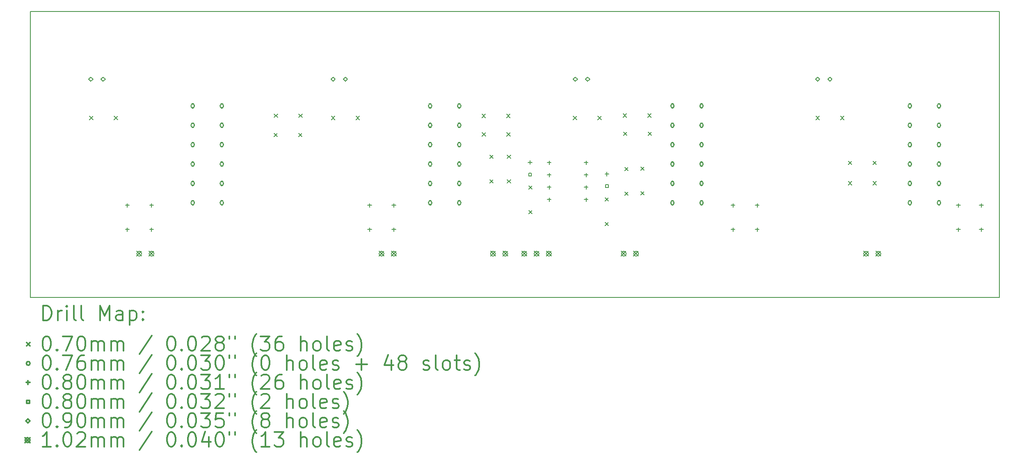
<source format=gbr>
%FSLAX45Y45*%
G04 Gerber Fmt 4.5, Leading zero omitted, Abs format (unit mm)*
G04 Created by KiCad (PCBNEW 4.0.7) date Sunday 08 October 2017 21:21:46*
%MOMM*%
%LPD*%
G01*
G04 APERTURE LIST*
%ADD10C,0.127000*%
%ADD11C,0.150000*%
%ADD12C,0.200000*%
%ADD13C,0.300000*%
G04 APERTURE END LIST*
D10*
D11*
X2000000Y-4000000D02*
X22000000Y-4000000D01*
X2000000Y-9900000D02*
X2000000Y-4000000D01*
X22000000Y-9900000D02*
X2000000Y-9900000D01*
X22000000Y-4000000D02*
X22000000Y-9900000D01*
D12*
X3221500Y-6165000D02*
X3291500Y-6235000D01*
X3291500Y-6165000D02*
X3221500Y-6235000D01*
X3729500Y-6165000D02*
X3799500Y-6235000D01*
X3799500Y-6165000D02*
X3729500Y-6235000D01*
X7028000Y-6517500D02*
X7098000Y-6587500D01*
X7098000Y-6517500D02*
X7028000Y-6587500D01*
X7030500Y-6120000D02*
X7100500Y-6190000D01*
X7100500Y-6120000D02*
X7030500Y-6190000D01*
X7536000Y-6517500D02*
X7606000Y-6587500D01*
X7606000Y-6517500D02*
X7536000Y-6587500D01*
X7538500Y-6120000D02*
X7608500Y-6190000D01*
X7608500Y-6120000D02*
X7538500Y-6190000D01*
X8215000Y-6165000D02*
X8285000Y-6235000D01*
X8285000Y-6165000D02*
X8215000Y-6235000D01*
X8723000Y-6165000D02*
X8793000Y-6235000D01*
X8793000Y-6165000D02*
X8723000Y-6235000D01*
X11317500Y-6122500D02*
X11387500Y-6192500D01*
X11387500Y-6122500D02*
X11317500Y-6192500D01*
X11325000Y-6502500D02*
X11395000Y-6572500D01*
X11395000Y-6502500D02*
X11325000Y-6572500D01*
X11482500Y-6965000D02*
X11552500Y-7035000D01*
X11552500Y-6965000D02*
X11482500Y-7035000D01*
X11482500Y-7473000D02*
X11552500Y-7543000D01*
X11552500Y-7473000D02*
X11482500Y-7543000D01*
X11825500Y-6122500D02*
X11895500Y-6192500D01*
X11895500Y-6122500D02*
X11825500Y-6192500D01*
X11833000Y-6502500D02*
X11903000Y-6572500D01*
X11903000Y-6502500D02*
X11833000Y-6572500D01*
X11840000Y-6962000D02*
X11910000Y-7032000D01*
X11910000Y-6962000D02*
X11840000Y-7032000D01*
X11840000Y-7470000D02*
X11910000Y-7540000D01*
X11910000Y-7470000D02*
X11840000Y-7540000D01*
X12285000Y-7600000D02*
X12355000Y-7670000D01*
X12355000Y-7600000D02*
X12285000Y-7670000D01*
X12285000Y-8108000D02*
X12355000Y-8178000D01*
X12355000Y-8108000D02*
X12285000Y-8178000D01*
X13204500Y-6165000D02*
X13274500Y-6235000D01*
X13274500Y-6165000D02*
X13204500Y-6235000D01*
X13712500Y-6165000D02*
X13782500Y-6235000D01*
X13782500Y-6165000D02*
X13712500Y-6235000D01*
X13857500Y-7845000D02*
X13927500Y-7915000D01*
X13927500Y-7845000D02*
X13857500Y-7915000D01*
X13857500Y-8353000D02*
X13927500Y-8423000D01*
X13927500Y-8353000D02*
X13857500Y-8423000D01*
X14232000Y-6112500D02*
X14302000Y-6182500D01*
X14302000Y-6112500D02*
X14232000Y-6182500D01*
X14242500Y-6487500D02*
X14312500Y-6557500D01*
X14312500Y-6487500D02*
X14242500Y-6557500D01*
X14265000Y-7220000D02*
X14335000Y-7290000D01*
X14335000Y-7220000D02*
X14265000Y-7290000D01*
X14265000Y-7728000D02*
X14335000Y-7798000D01*
X14335000Y-7728000D02*
X14265000Y-7798000D01*
X14595000Y-7212500D02*
X14665000Y-7282500D01*
X14665000Y-7212500D02*
X14595000Y-7282500D01*
X14595000Y-7720500D02*
X14665000Y-7790500D01*
X14665000Y-7720500D02*
X14595000Y-7790500D01*
X14740000Y-6112500D02*
X14810000Y-6182500D01*
X14810000Y-6112500D02*
X14740000Y-6182500D01*
X14750500Y-6487500D02*
X14820500Y-6557500D01*
X14820500Y-6487500D02*
X14750500Y-6557500D01*
X18214500Y-6165000D02*
X18284500Y-6235000D01*
X18284500Y-6165000D02*
X18214500Y-6235000D01*
X18722500Y-6165000D02*
X18792500Y-6235000D01*
X18792500Y-6165000D02*
X18722500Y-6235000D01*
X18882000Y-7092500D02*
X18952000Y-7162500D01*
X18952000Y-7092500D02*
X18882000Y-7162500D01*
X18882000Y-7510000D02*
X18952000Y-7580000D01*
X18952000Y-7510000D02*
X18882000Y-7580000D01*
X19390000Y-7092500D02*
X19460000Y-7162500D01*
X19460000Y-7092500D02*
X19390000Y-7162500D01*
X19390000Y-7510000D02*
X19460000Y-7580000D01*
X19460000Y-7510000D02*
X19390000Y-7580000D01*
X5388100Y-5950000D02*
G75*
G03X5388100Y-5950000I-38100J0D01*
G01*
X5378100Y-5971900D02*
X5378100Y-5928100D01*
X5321900Y-5971900D02*
X5321900Y-5928100D01*
X5378100Y-5928100D02*
G75*
G03X5321900Y-5928100I-28100J0D01*
G01*
X5321900Y-5971900D02*
G75*
G03X5378100Y-5971900I28100J0D01*
G01*
X5388100Y-6350000D02*
G75*
G03X5388100Y-6350000I-38100J0D01*
G01*
X5378100Y-6371900D02*
X5378100Y-6328100D01*
X5321900Y-6371900D02*
X5321900Y-6328100D01*
X5378100Y-6328100D02*
G75*
G03X5321900Y-6328100I-28100J0D01*
G01*
X5321900Y-6371900D02*
G75*
G03X5378100Y-6371900I28100J0D01*
G01*
X5388100Y-6750000D02*
G75*
G03X5388100Y-6750000I-38100J0D01*
G01*
X5378100Y-6771900D02*
X5378100Y-6728100D01*
X5321900Y-6771900D02*
X5321900Y-6728100D01*
X5378100Y-6728100D02*
G75*
G03X5321900Y-6728100I-28100J0D01*
G01*
X5321900Y-6771900D02*
G75*
G03X5378100Y-6771900I28100J0D01*
G01*
X5388100Y-7150000D02*
G75*
G03X5388100Y-7150000I-38100J0D01*
G01*
X5378100Y-7171900D02*
X5378100Y-7128100D01*
X5321900Y-7171900D02*
X5321900Y-7128100D01*
X5378100Y-7128100D02*
G75*
G03X5321900Y-7128100I-28100J0D01*
G01*
X5321900Y-7171900D02*
G75*
G03X5378100Y-7171900I28100J0D01*
G01*
X5388100Y-7550000D02*
G75*
G03X5388100Y-7550000I-38100J0D01*
G01*
X5378100Y-7571900D02*
X5378100Y-7528100D01*
X5321900Y-7571900D02*
X5321900Y-7528100D01*
X5378100Y-7528100D02*
G75*
G03X5321900Y-7528100I-28100J0D01*
G01*
X5321900Y-7571900D02*
G75*
G03X5378100Y-7571900I28100J0D01*
G01*
X5388100Y-7950000D02*
G75*
G03X5388100Y-7950000I-38100J0D01*
G01*
X5378100Y-7971900D02*
X5378100Y-7928100D01*
X5321900Y-7971900D02*
X5321900Y-7928100D01*
X5378100Y-7928100D02*
G75*
G03X5321900Y-7928100I-28100J0D01*
G01*
X5321900Y-7971900D02*
G75*
G03X5378100Y-7971900I28100J0D01*
G01*
X5988100Y-5950000D02*
G75*
G03X5988100Y-5950000I-38100J0D01*
G01*
X5978100Y-5971900D02*
X5978100Y-5928100D01*
X5921900Y-5971900D02*
X5921900Y-5928100D01*
X5978100Y-5928100D02*
G75*
G03X5921900Y-5928100I-28100J0D01*
G01*
X5921900Y-5971900D02*
G75*
G03X5978100Y-5971900I28100J0D01*
G01*
X5988100Y-6350000D02*
G75*
G03X5988100Y-6350000I-38100J0D01*
G01*
X5978100Y-6371900D02*
X5978100Y-6328100D01*
X5921900Y-6371900D02*
X5921900Y-6328100D01*
X5978100Y-6328100D02*
G75*
G03X5921900Y-6328100I-28100J0D01*
G01*
X5921900Y-6371900D02*
G75*
G03X5978100Y-6371900I28100J0D01*
G01*
X5988100Y-6750000D02*
G75*
G03X5988100Y-6750000I-38100J0D01*
G01*
X5978100Y-6771900D02*
X5978100Y-6728100D01*
X5921900Y-6771900D02*
X5921900Y-6728100D01*
X5978100Y-6728100D02*
G75*
G03X5921900Y-6728100I-28100J0D01*
G01*
X5921900Y-6771900D02*
G75*
G03X5978100Y-6771900I28100J0D01*
G01*
X5988100Y-7150000D02*
G75*
G03X5988100Y-7150000I-38100J0D01*
G01*
X5978100Y-7171900D02*
X5978100Y-7128100D01*
X5921900Y-7171900D02*
X5921900Y-7128100D01*
X5978100Y-7128100D02*
G75*
G03X5921900Y-7128100I-28100J0D01*
G01*
X5921900Y-7171900D02*
G75*
G03X5978100Y-7171900I28100J0D01*
G01*
X5988100Y-7550000D02*
G75*
G03X5988100Y-7550000I-38100J0D01*
G01*
X5978100Y-7571900D02*
X5978100Y-7528100D01*
X5921900Y-7571900D02*
X5921900Y-7528100D01*
X5978100Y-7528100D02*
G75*
G03X5921900Y-7528100I-28100J0D01*
G01*
X5921900Y-7571900D02*
G75*
G03X5978100Y-7571900I28100J0D01*
G01*
X5988100Y-7950000D02*
G75*
G03X5988100Y-7950000I-38100J0D01*
G01*
X5978100Y-7971900D02*
X5978100Y-7928100D01*
X5921900Y-7971900D02*
X5921900Y-7928100D01*
X5978100Y-7928100D02*
G75*
G03X5921900Y-7928100I-28100J0D01*
G01*
X5921900Y-7971900D02*
G75*
G03X5978100Y-7971900I28100J0D01*
G01*
X10288100Y-5950000D02*
G75*
G03X10288100Y-5950000I-38100J0D01*
G01*
X10278100Y-5971900D02*
X10278100Y-5928100D01*
X10221900Y-5971900D02*
X10221900Y-5928100D01*
X10278100Y-5928100D02*
G75*
G03X10221900Y-5928100I-28100J0D01*
G01*
X10221900Y-5971900D02*
G75*
G03X10278100Y-5971900I28100J0D01*
G01*
X10288100Y-6350000D02*
G75*
G03X10288100Y-6350000I-38100J0D01*
G01*
X10278100Y-6371900D02*
X10278100Y-6328100D01*
X10221900Y-6371900D02*
X10221900Y-6328100D01*
X10278100Y-6328100D02*
G75*
G03X10221900Y-6328100I-28100J0D01*
G01*
X10221900Y-6371900D02*
G75*
G03X10278100Y-6371900I28100J0D01*
G01*
X10288100Y-6750000D02*
G75*
G03X10288100Y-6750000I-38100J0D01*
G01*
X10278100Y-6771900D02*
X10278100Y-6728100D01*
X10221900Y-6771900D02*
X10221900Y-6728100D01*
X10278100Y-6728100D02*
G75*
G03X10221900Y-6728100I-28100J0D01*
G01*
X10221900Y-6771900D02*
G75*
G03X10278100Y-6771900I28100J0D01*
G01*
X10288100Y-7150000D02*
G75*
G03X10288100Y-7150000I-38100J0D01*
G01*
X10278100Y-7171900D02*
X10278100Y-7128100D01*
X10221900Y-7171900D02*
X10221900Y-7128100D01*
X10278100Y-7128100D02*
G75*
G03X10221900Y-7128100I-28100J0D01*
G01*
X10221900Y-7171900D02*
G75*
G03X10278100Y-7171900I28100J0D01*
G01*
X10288100Y-7550000D02*
G75*
G03X10288100Y-7550000I-38100J0D01*
G01*
X10278100Y-7571900D02*
X10278100Y-7528100D01*
X10221900Y-7571900D02*
X10221900Y-7528100D01*
X10278100Y-7528100D02*
G75*
G03X10221900Y-7528100I-28100J0D01*
G01*
X10221900Y-7571900D02*
G75*
G03X10278100Y-7571900I28100J0D01*
G01*
X10288100Y-7950000D02*
G75*
G03X10288100Y-7950000I-38100J0D01*
G01*
X10278100Y-7971900D02*
X10278100Y-7928100D01*
X10221900Y-7971900D02*
X10221900Y-7928100D01*
X10278100Y-7928100D02*
G75*
G03X10221900Y-7928100I-28100J0D01*
G01*
X10221900Y-7971900D02*
G75*
G03X10278100Y-7971900I28100J0D01*
G01*
X10888100Y-5950000D02*
G75*
G03X10888100Y-5950000I-38100J0D01*
G01*
X10878100Y-5971900D02*
X10878100Y-5928100D01*
X10821900Y-5971900D02*
X10821900Y-5928100D01*
X10878100Y-5928100D02*
G75*
G03X10821900Y-5928100I-28100J0D01*
G01*
X10821900Y-5971900D02*
G75*
G03X10878100Y-5971900I28100J0D01*
G01*
X10888100Y-6350000D02*
G75*
G03X10888100Y-6350000I-38100J0D01*
G01*
X10878100Y-6371900D02*
X10878100Y-6328100D01*
X10821900Y-6371900D02*
X10821900Y-6328100D01*
X10878100Y-6328100D02*
G75*
G03X10821900Y-6328100I-28100J0D01*
G01*
X10821900Y-6371900D02*
G75*
G03X10878100Y-6371900I28100J0D01*
G01*
X10888100Y-6750000D02*
G75*
G03X10888100Y-6750000I-38100J0D01*
G01*
X10878100Y-6771900D02*
X10878100Y-6728100D01*
X10821900Y-6771900D02*
X10821900Y-6728100D01*
X10878100Y-6728100D02*
G75*
G03X10821900Y-6728100I-28100J0D01*
G01*
X10821900Y-6771900D02*
G75*
G03X10878100Y-6771900I28100J0D01*
G01*
X10888100Y-7150000D02*
G75*
G03X10888100Y-7150000I-38100J0D01*
G01*
X10878100Y-7171900D02*
X10878100Y-7128100D01*
X10821900Y-7171900D02*
X10821900Y-7128100D01*
X10878100Y-7128100D02*
G75*
G03X10821900Y-7128100I-28100J0D01*
G01*
X10821900Y-7171900D02*
G75*
G03X10878100Y-7171900I28100J0D01*
G01*
X10888100Y-7550000D02*
G75*
G03X10888100Y-7550000I-38100J0D01*
G01*
X10878100Y-7571900D02*
X10878100Y-7528100D01*
X10821900Y-7571900D02*
X10821900Y-7528100D01*
X10878100Y-7528100D02*
G75*
G03X10821900Y-7528100I-28100J0D01*
G01*
X10821900Y-7571900D02*
G75*
G03X10878100Y-7571900I28100J0D01*
G01*
X10888100Y-7950000D02*
G75*
G03X10888100Y-7950000I-38100J0D01*
G01*
X10878100Y-7971900D02*
X10878100Y-7928100D01*
X10821900Y-7971900D02*
X10821900Y-7928100D01*
X10878100Y-7928100D02*
G75*
G03X10821900Y-7928100I-28100J0D01*
G01*
X10821900Y-7971900D02*
G75*
G03X10878100Y-7971900I28100J0D01*
G01*
X15288100Y-5950000D02*
G75*
G03X15288100Y-5950000I-38100J0D01*
G01*
X15278100Y-5971900D02*
X15278100Y-5928100D01*
X15221900Y-5971900D02*
X15221900Y-5928100D01*
X15278100Y-5928100D02*
G75*
G03X15221900Y-5928100I-28100J0D01*
G01*
X15221900Y-5971900D02*
G75*
G03X15278100Y-5971900I28100J0D01*
G01*
X15288100Y-6350000D02*
G75*
G03X15288100Y-6350000I-38100J0D01*
G01*
X15278100Y-6371900D02*
X15278100Y-6328100D01*
X15221900Y-6371900D02*
X15221900Y-6328100D01*
X15278100Y-6328100D02*
G75*
G03X15221900Y-6328100I-28100J0D01*
G01*
X15221900Y-6371900D02*
G75*
G03X15278100Y-6371900I28100J0D01*
G01*
X15288100Y-6750000D02*
G75*
G03X15288100Y-6750000I-38100J0D01*
G01*
X15278100Y-6771900D02*
X15278100Y-6728100D01*
X15221900Y-6771900D02*
X15221900Y-6728100D01*
X15278100Y-6728100D02*
G75*
G03X15221900Y-6728100I-28100J0D01*
G01*
X15221900Y-6771900D02*
G75*
G03X15278100Y-6771900I28100J0D01*
G01*
X15288100Y-7150000D02*
G75*
G03X15288100Y-7150000I-38100J0D01*
G01*
X15278100Y-7171900D02*
X15278100Y-7128100D01*
X15221900Y-7171900D02*
X15221900Y-7128100D01*
X15278100Y-7128100D02*
G75*
G03X15221900Y-7128100I-28100J0D01*
G01*
X15221900Y-7171900D02*
G75*
G03X15278100Y-7171900I28100J0D01*
G01*
X15288100Y-7550000D02*
G75*
G03X15288100Y-7550000I-38100J0D01*
G01*
X15278100Y-7571900D02*
X15278100Y-7528100D01*
X15221900Y-7571900D02*
X15221900Y-7528100D01*
X15278100Y-7528100D02*
G75*
G03X15221900Y-7528100I-28100J0D01*
G01*
X15221900Y-7571900D02*
G75*
G03X15278100Y-7571900I28100J0D01*
G01*
X15288100Y-7950000D02*
G75*
G03X15288100Y-7950000I-38100J0D01*
G01*
X15278100Y-7971900D02*
X15278100Y-7928100D01*
X15221900Y-7971900D02*
X15221900Y-7928100D01*
X15278100Y-7928100D02*
G75*
G03X15221900Y-7928100I-28100J0D01*
G01*
X15221900Y-7971900D02*
G75*
G03X15278100Y-7971900I28100J0D01*
G01*
X15888100Y-5950000D02*
G75*
G03X15888100Y-5950000I-38100J0D01*
G01*
X15878100Y-5971900D02*
X15878100Y-5928100D01*
X15821900Y-5971900D02*
X15821900Y-5928100D01*
X15878100Y-5928100D02*
G75*
G03X15821900Y-5928100I-28100J0D01*
G01*
X15821900Y-5971900D02*
G75*
G03X15878100Y-5971900I28100J0D01*
G01*
X15888100Y-6350000D02*
G75*
G03X15888100Y-6350000I-38100J0D01*
G01*
X15878100Y-6371900D02*
X15878100Y-6328100D01*
X15821900Y-6371900D02*
X15821900Y-6328100D01*
X15878100Y-6328100D02*
G75*
G03X15821900Y-6328100I-28100J0D01*
G01*
X15821900Y-6371900D02*
G75*
G03X15878100Y-6371900I28100J0D01*
G01*
X15888100Y-6750000D02*
G75*
G03X15888100Y-6750000I-38100J0D01*
G01*
X15878100Y-6771900D02*
X15878100Y-6728100D01*
X15821900Y-6771900D02*
X15821900Y-6728100D01*
X15878100Y-6728100D02*
G75*
G03X15821900Y-6728100I-28100J0D01*
G01*
X15821900Y-6771900D02*
G75*
G03X15878100Y-6771900I28100J0D01*
G01*
X15888100Y-7150000D02*
G75*
G03X15888100Y-7150000I-38100J0D01*
G01*
X15878100Y-7171900D02*
X15878100Y-7128100D01*
X15821900Y-7171900D02*
X15821900Y-7128100D01*
X15878100Y-7128100D02*
G75*
G03X15821900Y-7128100I-28100J0D01*
G01*
X15821900Y-7171900D02*
G75*
G03X15878100Y-7171900I28100J0D01*
G01*
X15888100Y-7550000D02*
G75*
G03X15888100Y-7550000I-38100J0D01*
G01*
X15878100Y-7571900D02*
X15878100Y-7528100D01*
X15821900Y-7571900D02*
X15821900Y-7528100D01*
X15878100Y-7528100D02*
G75*
G03X15821900Y-7528100I-28100J0D01*
G01*
X15821900Y-7571900D02*
G75*
G03X15878100Y-7571900I28100J0D01*
G01*
X15888100Y-7950000D02*
G75*
G03X15888100Y-7950000I-38100J0D01*
G01*
X15878100Y-7971900D02*
X15878100Y-7928100D01*
X15821900Y-7971900D02*
X15821900Y-7928100D01*
X15878100Y-7928100D02*
G75*
G03X15821900Y-7928100I-28100J0D01*
G01*
X15821900Y-7971900D02*
G75*
G03X15878100Y-7971900I28100J0D01*
G01*
X20188100Y-5950000D02*
G75*
G03X20188100Y-5950000I-38100J0D01*
G01*
X20178100Y-5971900D02*
X20178100Y-5928100D01*
X20121900Y-5971900D02*
X20121900Y-5928100D01*
X20178100Y-5928100D02*
G75*
G03X20121900Y-5928100I-28100J0D01*
G01*
X20121900Y-5971900D02*
G75*
G03X20178100Y-5971900I28100J0D01*
G01*
X20188100Y-6350000D02*
G75*
G03X20188100Y-6350000I-38100J0D01*
G01*
X20178100Y-6371900D02*
X20178100Y-6328100D01*
X20121900Y-6371900D02*
X20121900Y-6328100D01*
X20178100Y-6328100D02*
G75*
G03X20121900Y-6328100I-28100J0D01*
G01*
X20121900Y-6371900D02*
G75*
G03X20178100Y-6371900I28100J0D01*
G01*
X20188100Y-6750000D02*
G75*
G03X20188100Y-6750000I-38100J0D01*
G01*
X20178100Y-6771900D02*
X20178100Y-6728100D01*
X20121900Y-6771900D02*
X20121900Y-6728100D01*
X20178100Y-6728100D02*
G75*
G03X20121900Y-6728100I-28100J0D01*
G01*
X20121900Y-6771900D02*
G75*
G03X20178100Y-6771900I28100J0D01*
G01*
X20188100Y-7150000D02*
G75*
G03X20188100Y-7150000I-38100J0D01*
G01*
X20178100Y-7171900D02*
X20178100Y-7128100D01*
X20121900Y-7171900D02*
X20121900Y-7128100D01*
X20178100Y-7128100D02*
G75*
G03X20121900Y-7128100I-28100J0D01*
G01*
X20121900Y-7171900D02*
G75*
G03X20178100Y-7171900I28100J0D01*
G01*
X20188100Y-7550000D02*
G75*
G03X20188100Y-7550000I-38100J0D01*
G01*
X20178100Y-7571900D02*
X20178100Y-7528100D01*
X20121900Y-7571900D02*
X20121900Y-7528100D01*
X20178100Y-7528100D02*
G75*
G03X20121900Y-7528100I-28100J0D01*
G01*
X20121900Y-7571900D02*
G75*
G03X20178100Y-7571900I28100J0D01*
G01*
X20188100Y-7950000D02*
G75*
G03X20188100Y-7950000I-38100J0D01*
G01*
X20178100Y-7971900D02*
X20178100Y-7928100D01*
X20121900Y-7971900D02*
X20121900Y-7928100D01*
X20178100Y-7928100D02*
G75*
G03X20121900Y-7928100I-28100J0D01*
G01*
X20121900Y-7971900D02*
G75*
G03X20178100Y-7971900I28100J0D01*
G01*
X20788100Y-5950000D02*
G75*
G03X20788100Y-5950000I-38100J0D01*
G01*
X20778100Y-5971900D02*
X20778100Y-5928100D01*
X20721900Y-5971900D02*
X20721900Y-5928100D01*
X20778100Y-5928100D02*
G75*
G03X20721900Y-5928100I-28100J0D01*
G01*
X20721900Y-5971900D02*
G75*
G03X20778100Y-5971900I28100J0D01*
G01*
X20788100Y-6350000D02*
G75*
G03X20788100Y-6350000I-38100J0D01*
G01*
X20778100Y-6371900D02*
X20778100Y-6328100D01*
X20721900Y-6371900D02*
X20721900Y-6328100D01*
X20778100Y-6328100D02*
G75*
G03X20721900Y-6328100I-28100J0D01*
G01*
X20721900Y-6371900D02*
G75*
G03X20778100Y-6371900I28100J0D01*
G01*
X20788100Y-6750000D02*
G75*
G03X20788100Y-6750000I-38100J0D01*
G01*
X20778100Y-6771900D02*
X20778100Y-6728100D01*
X20721900Y-6771900D02*
X20721900Y-6728100D01*
X20778100Y-6728100D02*
G75*
G03X20721900Y-6728100I-28100J0D01*
G01*
X20721900Y-6771900D02*
G75*
G03X20778100Y-6771900I28100J0D01*
G01*
X20788100Y-7150000D02*
G75*
G03X20788100Y-7150000I-38100J0D01*
G01*
X20778100Y-7171900D02*
X20778100Y-7128100D01*
X20721900Y-7171900D02*
X20721900Y-7128100D01*
X20778100Y-7128100D02*
G75*
G03X20721900Y-7128100I-28100J0D01*
G01*
X20721900Y-7171900D02*
G75*
G03X20778100Y-7171900I28100J0D01*
G01*
X20788100Y-7550000D02*
G75*
G03X20788100Y-7550000I-38100J0D01*
G01*
X20778100Y-7571900D02*
X20778100Y-7528100D01*
X20721900Y-7571900D02*
X20721900Y-7528100D01*
X20778100Y-7528100D02*
G75*
G03X20721900Y-7528100I-28100J0D01*
G01*
X20721900Y-7571900D02*
G75*
G03X20778100Y-7571900I28100J0D01*
G01*
X20788100Y-7950000D02*
G75*
G03X20788100Y-7950000I-38100J0D01*
G01*
X20778100Y-7971900D02*
X20778100Y-7928100D01*
X20721900Y-7971900D02*
X20721900Y-7928100D01*
X20778100Y-7928100D02*
G75*
G03X20721900Y-7928100I-28100J0D01*
G01*
X20721900Y-7971900D02*
G75*
G03X20778100Y-7971900I28100J0D01*
G01*
X4000000Y-7960000D02*
X4000000Y-8040000D01*
X3960000Y-8000000D02*
X4040000Y-8000000D01*
X4000000Y-8460000D02*
X4000000Y-8540000D01*
X3960000Y-8500000D02*
X4040000Y-8500000D01*
X4500000Y-7960000D02*
X4500000Y-8040000D01*
X4460000Y-8000000D02*
X4540000Y-8000000D01*
X4500000Y-8460000D02*
X4500000Y-8540000D01*
X4460000Y-8500000D02*
X4540000Y-8500000D01*
X9000000Y-7960000D02*
X9000000Y-8040000D01*
X8960000Y-8000000D02*
X9040000Y-8000000D01*
X9000000Y-8460000D02*
X9000000Y-8540000D01*
X8960000Y-8500000D02*
X9040000Y-8500000D01*
X9500000Y-7960000D02*
X9500000Y-8040000D01*
X9460000Y-8000000D02*
X9540000Y-8000000D01*
X9500000Y-8460000D02*
X9500000Y-8540000D01*
X9460000Y-8500000D02*
X9540000Y-8500000D01*
X12312500Y-7075000D02*
X12312500Y-7155000D01*
X12272500Y-7115000D02*
X12352500Y-7115000D01*
X12706000Y-7080000D02*
X12706000Y-7160000D01*
X12666000Y-7120000D02*
X12746000Y-7120000D01*
X12706000Y-7334000D02*
X12706000Y-7414000D01*
X12666000Y-7374000D02*
X12746000Y-7374000D01*
X12706000Y-7588000D02*
X12706000Y-7668000D01*
X12666000Y-7628000D02*
X12746000Y-7628000D01*
X12706000Y-7842000D02*
X12706000Y-7922000D01*
X12666000Y-7882000D02*
X12746000Y-7882000D01*
X13468000Y-7080000D02*
X13468000Y-7160000D01*
X13428000Y-7120000D02*
X13508000Y-7120000D01*
X13468000Y-7334000D02*
X13468000Y-7414000D01*
X13428000Y-7374000D02*
X13508000Y-7374000D01*
X13468000Y-7588000D02*
X13468000Y-7668000D01*
X13428000Y-7628000D02*
X13508000Y-7628000D01*
X13468000Y-7842000D02*
X13468000Y-7922000D01*
X13428000Y-7882000D02*
X13508000Y-7882000D01*
X13897500Y-7315000D02*
X13897500Y-7395000D01*
X13857500Y-7355000D02*
X13937500Y-7355000D01*
X16500000Y-7960000D02*
X16500000Y-8040000D01*
X16460000Y-8000000D02*
X16540000Y-8000000D01*
X16500000Y-8460000D02*
X16500000Y-8540000D01*
X16460000Y-8500000D02*
X16540000Y-8500000D01*
X17000000Y-7960000D02*
X17000000Y-8040000D01*
X16960000Y-8000000D02*
X17040000Y-8000000D01*
X17000000Y-8460000D02*
X17000000Y-8540000D01*
X16960000Y-8500000D02*
X17040000Y-8500000D01*
X21150000Y-7960000D02*
X21150000Y-8040000D01*
X21110000Y-8000000D02*
X21190000Y-8000000D01*
X21150000Y-8460000D02*
X21150000Y-8540000D01*
X21110000Y-8500000D02*
X21190000Y-8500000D01*
X21625000Y-7960000D02*
X21625000Y-8040000D01*
X21585000Y-8000000D02*
X21665000Y-8000000D01*
X21625000Y-8460000D02*
X21625000Y-8540000D01*
X21585000Y-8500000D02*
X21665000Y-8500000D01*
X12340788Y-7393288D02*
X12340788Y-7336712D01*
X12284212Y-7336712D01*
X12284212Y-7393288D01*
X12340788Y-7393288D01*
X13925788Y-7633288D02*
X13925788Y-7576712D01*
X13869212Y-7576712D01*
X13869212Y-7633288D01*
X13925788Y-7633288D01*
X3246000Y-5445000D02*
X3291000Y-5400000D01*
X3246000Y-5355000D01*
X3201000Y-5400000D01*
X3246000Y-5445000D01*
X3500000Y-5445000D02*
X3545000Y-5400000D01*
X3500000Y-5355000D01*
X3455000Y-5400000D01*
X3500000Y-5445000D01*
X8246000Y-5445000D02*
X8291000Y-5400000D01*
X8246000Y-5355000D01*
X8201000Y-5400000D01*
X8246000Y-5445000D01*
X8500000Y-5445000D02*
X8545000Y-5400000D01*
X8500000Y-5355000D01*
X8455000Y-5400000D01*
X8500000Y-5445000D01*
X13246000Y-5445000D02*
X13291000Y-5400000D01*
X13246000Y-5355000D01*
X13201000Y-5400000D01*
X13246000Y-5445000D01*
X13500000Y-5445000D02*
X13545000Y-5400000D01*
X13500000Y-5355000D01*
X13455000Y-5400000D01*
X13500000Y-5445000D01*
X18246000Y-5445000D02*
X18291000Y-5400000D01*
X18246000Y-5355000D01*
X18201000Y-5400000D01*
X18246000Y-5445000D01*
X18500000Y-5445000D02*
X18545000Y-5400000D01*
X18500000Y-5355000D01*
X18455000Y-5400000D01*
X18500000Y-5445000D01*
X4195200Y-8949200D02*
X4296800Y-9050800D01*
X4296800Y-8949200D02*
X4195200Y-9050800D01*
X4296800Y-9000000D02*
G75*
G03X4296800Y-9000000I-50800J0D01*
G01*
X4449200Y-8949200D02*
X4550800Y-9050800D01*
X4550800Y-8949200D02*
X4449200Y-9050800D01*
X4550800Y-9000000D02*
G75*
G03X4550800Y-9000000I-50800J0D01*
G01*
X9195200Y-8949200D02*
X9296800Y-9050800D01*
X9296800Y-8949200D02*
X9195200Y-9050800D01*
X9296800Y-9000000D02*
G75*
G03X9296800Y-9000000I-50800J0D01*
G01*
X9449200Y-8949200D02*
X9550800Y-9050800D01*
X9550800Y-8949200D02*
X9449200Y-9050800D01*
X9550800Y-9000000D02*
G75*
G03X9550800Y-9000000I-50800J0D01*
G01*
X11495200Y-8949200D02*
X11596800Y-9050800D01*
X11596800Y-8949200D02*
X11495200Y-9050800D01*
X11596800Y-9000000D02*
G75*
G03X11596800Y-9000000I-50800J0D01*
G01*
X11749200Y-8949200D02*
X11850800Y-9050800D01*
X11850800Y-8949200D02*
X11749200Y-9050800D01*
X11850800Y-9000000D02*
G75*
G03X11850800Y-9000000I-50800J0D01*
G01*
X12141200Y-8949200D02*
X12242800Y-9050800D01*
X12242800Y-8949200D02*
X12141200Y-9050800D01*
X12242800Y-9000000D02*
G75*
G03X12242800Y-9000000I-50800J0D01*
G01*
X12395200Y-8949200D02*
X12496800Y-9050800D01*
X12496800Y-8949200D02*
X12395200Y-9050800D01*
X12496800Y-9000000D02*
G75*
G03X12496800Y-9000000I-50800J0D01*
G01*
X12649200Y-8949200D02*
X12750800Y-9050800D01*
X12750800Y-8949200D02*
X12649200Y-9050800D01*
X12750800Y-9000000D02*
G75*
G03X12750800Y-9000000I-50800J0D01*
G01*
X14195200Y-8949200D02*
X14296800Y-9050800D01*
X14296800Y-8949200D02*
X14195200Y-9050800D01*
X14296800Y-9000000D02*
G75*
G03X14296800Y-9000000I-50800J0D01*
G01*
X14449200Y-8949200D02*
X14550800Y-9050800D01*
X14550800Y-8949200D02*
X14449200Y-9050800D01*
X14550800Y-9000000D02*
G75*
G03X14550800Y-9000000I-50800J0D01*
G01*
X19195200Y-8949200D02*
X19296800Y-9050800D01*
X19296800Y-8949200D02*
X19195200Y-9050800D01*
X19296800Y-9000000D02*
G75*
G03X19296800Y-9000000I-50800J0D01*
G01*
X19449200Y-8949200D02*
X19550800Y-9050800D01*
X19550800Y-8949200D02*
X19449200Y-9050800D01*
X19550800Y-9000000D02*
G75*
G03X19550800Y-9000000I-50800J0D01*
G01*
D13*
X2263929Y-10373214D02*
X2263929Y-10073214D01*
X2335357Y-10073214D01*
X2378214Y-10087500D01*
X2406786Y-10116072D01*
X2421071Y-10144643D01*
X2435357Y-10201786D01*
X2435357Y-10244643D01*
X2421071Y-10301786D01*
X2406786Y-10330357D01*
X2378214Y-10358929D01*
X2335357Y-10373214D01*
X2263929Y-10373214D01*
X2563929Y-10373214D02*
X2563929Y-10173214D01*
X2563929Y-10230357D02*
X2578214Y-10201786D01*
X2592500Y-10187500D01*
X2621071Y-10173214D01*
X2649643Y-10173214D01*
X2749643Y-10373214D02*
X2749643Y-10173214D01*
X2749643Y-10073214D02*
X2735357Y-10087500D01*
X2749643Y-10101786D01*
X2763929Y-10087500D01*
X2749643Y-10073214D01*
X2749643Y-10101786D01*
X2935357Y-10373214D02*
X2906786Y-10358929D01*
X2892500Y-10330357D01*
X2892500Y-10073214D01*
X3092500Y-10373214D02*
X3063928Y-10358929D01*
X3049643Y-10330357D01*
X3049643Y-10073214D01*
X3435357Y-10373214D02*
X3435357Y-10073214D01*
X3535357Y-10287500D01*
X3635357Y-10073214D01*
X3635357Y-10373214D01*
X3906786Y-10373214D02*
X3906786Y-10216072D01*
X3892500Y-10187500D01*
X3863928Y-10173214D01*
X3806786Y-10173214D01*
X3778214Y-10187500D01*
X3906786Y-10358929D02*
X3878214Y-10373214D01*
X3806786Y-10373214D01*
X3778214Y-10358929D01*
X3763928Y-10330357D01*
X3763928Y-10301786D01*
X3778214Y-10273214D01*
X3806786Y-10258929D01*
X3878214Y-10258929D01*
X3906786Y-10244643D01*
X4049643Y-10173214D02*
X4049643Y-10473214D01*
X4049643Y-10187500D02*
X4078214Y-10173214D01*
X4135357Y-10173214D01*
X4163928Y-10187500D01*
X4178214Y-10201786D01*
X4192500Y-10230357D01*
X4192500Y-10316072D01*
X4178214Y-10344643D01*
X4163928Y-10358929D01*
X4135357Y-10373214D01*
X4078214Y-10373214D01*
X4049643Y-10358929D01*
X4321071Y-10344643D02*
X4335357Y-10358929D01*
X4321071Y-10373214D01*
X4306786Y-10358929D01*
X4321071Y-10344643D01*
X4321071Y-10373214D01*
X4321071Y-10187500D02*
X4335357Y-10201786D01*
X4321071Y-10216072D01*
X4306786Y-10201786D01*
X4321071Y-10187500D01*
X4321071Y-10216072D01*
X1922500Y-10832500D02*
X1992500Y-10902500D01*
X1992500Y-10832500D02*
X1922500Y-10902500D01*
X2321071Y-10703214D02*
X2349643Y-10703214D01*
X2378214Y-10717500D01*
X2392500Y-10731786D01*
X2406786Y-10760357D01*
X2421071Y-10817500D01*
X2421071Y-10888929D01*
X2406786Y-10946072D01*
X2392500Y-10974643D01*
X2378214Y-10988929D01*
X2349643Y-11003214D01*
X2321071Y-11003214D01*
X2292500Y-10988929D01*
X2278214Y-10974643D01*
X2263929Y-10946072D01*
X2249643Y-10888929D01*
X2249643Y-10817500D01*
X2263929Y-10760357D01*
X2278214Y-10731786D01*
X2292500Y-10717500D01*
X2321071Y-10703214D01*
X2549643Y-10974643D02*
X2563929Y-10988929D01*
X2549643Y-11003214D01*
X2535357Y-10988929D01*
X2549643Y-10974643D01*
X2549643Y-11003214D01*
X2663928Y-10703214D02*
X2863928Y-10703214D01*
X2735357Y-11003214D01*
X3035357Y-10703214D02*
X3063928Y-10703214D01*
X3092500Y-10717500D01*
X3106786Y-10731786D01*
X3121071Y-10760357D01*
X3135357Y-10817500D01*
X3135357Y-10888929D01*
X3121071Y-10946072D01*
X3106786Y-10974643D01*
X3092500Y-10988929D01*
X3063928Y-11003214D01*
X3035357Y-11003214D01*
X3006786Y-10988929D01*
X2992500Y-10974643D01*
X2978214Y-10946072D01*
X2963928Y-10888929D01*
X2963928Y-10817500D01*
X2978214Y-10760357D01*
X2992500Y-10731786D01*
X3006786Y-10717500D01*
X3035357Y-10703214D01*
X3263928Y-11003214D02*
X3263928Y-10803214D01*
X3263928Y-10831786D02*
X3278214Y-10817500D01*
X3306786Y-10803214D01*
X3349643Y-10803214D01*
X3378214Y-10817500D01*
X3392500Y-10846072D01*
X3392500Y-11003214D01*
X3392500Y-10846072D02*
X3406786Y-10817500D01*
X3435357Y-10803214D01*
X3478214Y-10803214D01*
X3506786Y-10817500D01*
X3521071Y-10846072D01*
X3521071Y-11003214D01*
X3663928Y-11003214D02*
X3663928Y-10803214D01*
X3663928Y-10831786D02*
X3678214Y-10817500D01*
X3706786Y-10803214D01*
X3749643Y-10803214D01*
X3778214Y-10817500D01*
X3792500Y-10846072D01*
X3792500Y-11003214D01*
X3792500Y-10846072D02*
X3806786Y-10817500D01*
X3835357Y-10803214D01*
X3878214Y-10803214D01*
X3906786Y-10817500D01*
X3921071Y-10846072D01*
X3921071Y-11003214D01*
X4506786Y-10688929D02*
X4249643Y-11074643D01*
X4892500Y-10703214D02*
X4921071Y-10703214D01*
X4949643Y-10717500D01*
X4963928Y-10731786D01*
X4978214Y-10760357D01*
X4992500Y-10817500D01*
X4992500Y-10888929D01*
X4978214Y-10946072D01*
X4963928Y-10974643D01*
X4949643Y-10988929D01*
X4921071Y-11003214D01*
X4892500Y-11003214D01*
X4863928Y-10988929D01*
X4849643Y-10974643D01*
X4835357Y-10946072D01*
X4821071Y-10888929D01*
X4821071Y-10817500D01*
X4835357Y-10760357D01*
X4849643Y-10731786D01*
X4863928Y-10717500D01*
X4892500Y-10703214D01*
X5121071Y-10974643D02*
X5135357Y-10988929D01*
X5121071Y-11003214D01*
X5106786Y-10988929D01*
X5121071Y-10974643D01*
X5121071Y-11003214D01*
X5321071Y-10703214D02*
X5349643Y-10703214D01*
X5378214Y-10717500D01*
X5392500Y-10731786D01*
X5406786Y-10760357D01*
X5421071Y-10817500D01*
X5421071Y-10888929D01*
X5406786Y-10946072D01*
X5392500Y-10974643D01*
X5378214Y-10988929D01*
X5349643Y-11003214D01*
X5321071Y-11003214D01*
X5292500Y-10988929D01*
X5278214Y-10974643D01*
X5263928Y-10946072D01*
X5249643Y-10888929D01*
X5249643Y-10817500D01*
X5263928Y-10760357D01*
X5278214Y-10731786D01*
X5292500Y-10717500D01*
X5321071Y-10703214D01*
X5535357Y-10731786D02*
X5549643Y-10717500D01*
X5578214Y-10703214D01*
X5649643Y-10703214D01*
X5678214Y-10717500D01*
X5692500Y-10731786D01*
X5706785Y-10760357D01*
X5706785Y-10788929D01*
X5692500Y-10831786D01*
X5521071Y-11003214D01*
X5706785Y-11003214D01*
X5878214Y-10831786D02*
X5849643Y-10817500D01*
X5835357Y-10803214D01*
X5821071Y-10774643D01*
X5821071Y-10760357D01*
X5835357Y-10731786D01*
X5849643Y-10717500D01*
X5878214Y-10703214D01*
X5935357Y-10703214D01*
X5963928Y-10717500D01*
X5978214Y-10731786D01*
X5992500Y-10760357D01*
X5992500Y-10774643D01*
X5978214Y-10803214D01*
X5963928Y-10817500D01*
X5935357Y-10831786D01*
X5878214Y-10831786D01*
X5849643Y-10846072D01*
X5835357Y-10860357D01*
X5821071Y-10888929D01*
X5821071Y-10946072D01*
X5835357Y-10974643D01*
X5849643Y-10988929D01*
X5878214Y-11003214D01*
X5935357Y-11003214D01*
X5963928Y-10988929D01*
X5978214Y-10974643D01*
X5992500Y-10946072D01*
X5992500Y-10888929D01*
X5978214Y-10860357D01*
X5963928Y-10846072D01*
X5935357Y-10831786D01*
X6106786Y-10703214D02*
X6106786Y-10760357D01*
X6221071Y-10703214D02*
X6221071Y-10760357D01*
X6663928Y-11117500D02*
X6649643Y-11103214D01*
X6621071Y-11060357D01*
X6606785Y-11031786D01*
X6592500Y-10988929D01*
X6578214Y-10917500D01*
X6578214Y-10860357D01*
X6592500Y-10788929D01*
X6606785Y-10746072D01*
X6621071Y-10717500D01*
X6649643Y-10674643D01*
X6663928Y-10660357D01*
X6749643Y-10703214D02*
X6935357Y-10703214D01*
X6835357Y-10817500D01*
X6878214Y-10817500D01*
X6906785Y-10831786D01*
X6921071Y-10846072D01*
X6935357Y-10874643D01*
X6935357Y-10946072D01*
X6921071Y-10974643D01*
X6906785Y-10988929D01*
X6878214Y-11003214D01*
X6792500Y-11003214D01*
X6763928Y-10988929D01*
X6749643Y-10974643D01*
X7192500Y-10703214D02*
X7135357Y-10703214D01*
X7106785Y-10717500D01*
X7092500Y-10731786D01*
X7063928Y-10774643D01*
X7049643Y-10831786D01*
X7049643Y-10946072D01*
X7063928Y-10974643D01*
X7078214Y-10988929D01*
X7106785Y-11003214D01*
X7163928Y-11003214D01*
X7192500Y-10988929D01*
X7206785Y-10974643D01*
X7221071Y-10946072D01*
X7221071Y-10874643D01*
X7206785Y-10846072D01*
X7192500Y-10831786D01*
X7163928Y-10817500D01*
X7106785Y-10817500D01*
X7078214Y-10831786D01*
X7063928Y-10846072D01*
X7049643Y-10874643D01*
X7578214Y-11003214D02*
X7578214Y-10703214D01*
X7706785Y-11003214D02*
X7706785Y-10846072D01*
X7692500Y-10817500D01*
X7663928Y-10803214D01*
X7621071Y-10803214D01*
X7592500Y-10817500D01*
X7578214Y-10831786D01*
X7892500Y-11003214D02*
X7863928Y-10988929D01*
X7849643Y-10974643D01*
X7835357Y-10946072D01*
X7835357Y-10860357D01*
X7849643Y-10831786D01*
X7863928Y-10817500D01*
X7892500Y-10803214D01*
X7935357Y-10803214D01*
X7963928Y-10817500D01*
X7978214Y-10831786D01*
X7992500Y-10860357D01*
X7992500Y-10946072D01*
X7978214Y-10974643D01*
X7963928Y-10988929D01*
X7935357Y-11003214D01*
X7892500Y-11003214D01*
X8163928Y-11003214D02*
X8135357Y-10988929D01*
X8121071Y-10960357D01*
X8121071Y-10703214D01*
X8392500Y-10988929D02*
X8363928Y-11003214D01*
X8306786Y-11003214D01*
X8278214Y-10988929D01*
X8263928Y-10960357D01*
X8263928Y-10846072D01*
X8278214Y-10817500D01*
X8306786Y-10803214D01*
X8363928Y-10803214D01*
X8392500Y-10817500D01*
X8406786Y-10846072D01*
X8406786Y-10874643D01*
X8263928Y-10903214D01*
X8521071Y-10988929D02*
X8549643Y-11003214D01*
X8606786Y-11003214D01*
X8635357Y-10988929D01*
X8649643Y-10960357D01*
X8649643Y-10946072D01*
X8635357Y-10917500D01*
X8606786Y-10903214D01*
X8563929Y-10903214D01*
X8535357Y-10888929D01*
X8521071Y-10860357D01*
X8521071Y-10846072D01*
X8535357Y-10817500D01*
X8563929Y-10803214D01*
X8606786Y-10803214D01*
X8635357Y-10817500D01*
X8749643Y-11117500D02*
X8763929Y-11103214D01*
X8792500Y-11060357D01*
X8806786Y-11031786D01*
X8821071Y-10988929D01*
X8835357Y-10917500D01*
X8835357Y-10860357D01*
X8821071Y-10788929D01*
X8806786Y-10746072D01*
X8792500Y-10717500D01*
X8763929Y-10674643D01*
X8749643Y-10660357D01*
X1992500Y-11263500D02*
G75*
G03X1992500Y-11263500I-38100J0D01*
G01*
X2321071Y-11099214D02*
X2349643Y-11099214D01*
X2378214Y-11113500D01*
X2392500Y-11127786D01*
X2406786Y-11156357D01*
X2421071Y-11213500D01*
X2421071Y-11284929D01*
X2406786Y-11342071D01*
X2392500Y-11370643D01*
X2378214Y-11384929D01*
X2349643Y-11399214D01*
X2321071Y-11399214D01*
X2292500Y-11384929D01*
X2278214Y-11370643D01*
X2263929Y-11342071D01*
X2249643Y-11284929D01*
X2249643Y-11213500D01*
X2263929Y-11156357D01*
X2278214Y-11127786D01*
X2292500Y-11113500D01*
X2321071Y-11099214D01*
X2549643Y-11370643D02*
X2563929Y-11384929D01*
X2549643Y-11399214D01*
X2535357Y-11384929D01*
X2549643Y-11370643D01*
X2549643Y-11399214D01*
X2663928Y-11099214D02*
X2863928Y-11099214D01*
X2735357Y-11399214D01*
X3106786Y-11099214D02*
X3049643Y-11099214D01*
X3021071Y-11113500D01*
X3006786Y-11127786D01*
X2978214Y-11170643D01*
X2963928Y-11227786D01*
X2963928Y-11342071D01*
X2978214Y-11370643D01*
X2992500Y-11384929D01*
X3021071Y-11399214D01*
X3078214Y-11399214D01*
X3106786Y-11384929D01*
X3121071Y-11370643D01*
X3135357Y-11342071D01*
X3135357Y-11270643D01*
X3121071Y-11242071D01*
X3106786Y-11227786D01*
X3078214Y-11213500D01*
X3021071Y-11213500D01*
X2992500Y-11227786D01*
X2978214Y-11242071D01*
X2963928Y-11270643D01*
X3263928Y-11399214D02*
X3263928Y-11199214D01*
X3263928Y-11227786D02*
X3278214Y-11213500D01*
X3306786Y-11199214D01*
X3349643Y-11199214D01*
X3378214Y-11213500D01*
X3392500Y-11242071D01*
X3392500Y-11399214D01*
X3392500Y-11242071D02*
X3406786Y-11213500D01*
X3435357Y-11199214D01*
X3478214Y-11199214D01*
X3506786Y-11213500D01*
X3521071Y-11242071D01*
X3521071Y-11399214D01*
X3663928Y-11399214D02*
X3663928Y-11199214D01*
X3663928Y-11227786D02*
X3678214Y-11213500D01*
X3706786Y-11199214D01*
X3749643Y-11199214D01*
X3778214Y-11213500D01*
X3792500Y-11242071D01*
X3792500Y-11399214D01*
X3792500Y-11242071D02*
X3806786Y-11213500D01*
X3835357Y-11199214D01*
X3878214Y-11199214D01*
X3906786Y-11213500D01*
X3921071Y-11242071D01*
X3921071Y-11399214D01*
X4506786Y-11084929D02*
X4249643Y-11470643D01*
X4892500Y-11099214D02*
X4921071Y-11099214D01*
X4949643Y-11113500D01*
X4963928Y-11127786D01*
X4978214Y-11156357D01*
X4992500Y-11213500D01*
X4992500Y-11284929D01*
X4978214Y-11342071D01*
X4963928Y-11370643D01*
X4949643Y-11384929D01*
X4921071Y-11399214D01*
X4892500Y-11399214D01*
X4863928Y-11384929D01*
X4849643Y-11370643D01*
X4835357Y-11342071D01*
X4821071Y-11284929D01*
X4821071Y-11213500D01*
X4835357Y-11156357D01*
X4849643Y-11127786D01*
X4863928Y-11113500D01*
X4892500Y-11099214D01*
X5121071Y-11370643D02*
X5135357Y-11384929D01*
X5121071Y-11399214D01*
X5106786Y-11384929D01*
X5121071Y-11370643D01*
X5121071Y-11399214D01*
X5321071Y-11099214D02*
X5349643Y-11099214D01*
X5378214Y-11113500D01*
X5392500Y-11127786D01*
X5406786Y-11156357D01*
X5421071Y-11213500D01*
X5421071Y-11284929D01*
X5406786Y-11342071D01*
X5392500Y-11370643D01*
X5378214Y-11384929D01*
X5349643Y-11399214D01*
X5321071Y-11399214D01*
X5292500Y-11384929D01*
X5278214Y-11370643D01*
X5263928Y-11342071D01*
X5249643Y-11284929D01*
X5249643Y-11213500D01*
X5263928Y-11156357D01*
X5278214Y-11127786D01*
X5292500Y-11113500D01*
X5321071Y-11099214D01*
X5521071Y-11099214D02*
X5706785Y-11099214D01*
X5606785Y-11213500D01*
X5649643Y-11213500D01*
X5678214Y-11227786D01*
X5692500Y-11242071D01*
X5706785Y-11270643D01*
X5706785Y-11342071D01*
X5692500Y-11370643D01*
X5678214Y-11384929D01*
X5649643Y-11399214D01*
X5563928Y-11399214D01*
X5535357Y-11384929D01*
X5521071Y-11370643D01*
X5892500Y-11099214D02*
X5921071Y-11099214D01*
X5949643Y-11113500D01*
X5963928Y-11127786D01*
X5978214Y-11156357D01*
X5992500Y-11213500D01*
X5992500Y-11284929D01*
X5978214Y-11342071D01*
X5963928Y-11370643D01*
X5949643Y-11384929D01*
X5921071Y-11399214D01*
X5892500Y-11399214D01*
X5863928Y-11384929D01*
X5849643Y-11370643D01*
X5835357Y-11342071D01*
X5821071Y-11284929D01*
X5821071Y-11213500D01*
X5835357Y-11156357D01*
X5849643Y-11127786D01*
X5863928Y-11113500D01*
X5892500Y-11099214D01*
X6106786Y-11099214D02*
X6106786Y-11156357D01*
X6221071Y-11099214D02*
X6221071Y-11156357D01*
X6663928Y-11513500D02*
X6649643Y-11499214D01*
X6621071Y-11456357D01*
X6606785Y-11427786D01*
X6592500Y-11384929D01*
X6578214Y-11313500D01*
X6578214Y-11256357D01*
X6592500Y-11184929D01*
X6606785Y-11142072D01*
X6621071Y-11113500D01*
X6649643Y-11070643D01*
X6663928Y-11056357D01*
X6835357Y-11099214D02*
X6863928Y-11099214D01*
X6892500Y-11113500D01*
X6906785Y-11127786D01*
X6921071Y-11156357D01*
X6935357Y-11213500D01*
X6935357Y-11284929D01*
X6921071Y-11342071D01*
X6906785Y-11370643D01*
X6892500Y-11384929D01*
X6863928Y-11399214D01*
X6835357Y-11399214D01*
X6806785Y-11384929D01*
X6792500Y-11370643D01*
X6778214Y-11342071D01*
X6763928Y-11284929D01*
X6763928Y-11213500D01*
X6778214Y-11156357D01*
X6792500Y-11127786D01*
X6806785Y-11113500D01*
X6835357Y-11099214D01*
X7292500Y-11399214D02*
X7292500Y-11099214D01*
X7421071Y-11399214D02*
X7421071Y-11242071D01*
X7406785Y-11213500D01*
X7378214Y-11199214D01*
X7335357Y-11199214D01*
X7306785Y-11213500D01*
X7292500Y-11227786D01*
X7606785Y-11399214D02*
X7578214Y-11384929D01*
X7563928Y-11370643D01*
X7549643Y-11342071D01*
X7549643Y-11256357D01*
X7563928Y-11227786D01*
X7578214Y-11213500D01*
X7606785Y-11199214D01*
X7649643Y-11199214D01*
X7678214Y-11213500D01*
X7692500Y-11227786D01*
X7706785Y-11256357D01*
X7706785Y-11342071D01*
X7692500Y-11370643D01*
X7678214Y-11384929D01*
X7649643Y-11399214D01*
X7606785Y-11399214D01*
X7878214Y-11399214D02*
X7849643Y-11384929D01*
X7835357Y-11356357D01*
X7835357Y-11099214D01*
X8106786Y-11384929D02*
X8078214Y-11399214D01*
X8021071Y-11399214D01*
X7992500Y-11384929D01*
X7978214Y-11356357D01*
X7978214Y-11242071D01*
X7992500Y-11213500D01*
X8021071Y-11199214D01*
X8078214Y-11199214D01*
X8106786Y-11213500D01*
X8121071Y-11242071D01*
X8121071Y-11270643D01*
X7978214Y-11299214D01*
X8235357Y-11384929D02*
X8263928Y-11399214D01*
X8321071Y-11399214D01*
X8349643Y-11384929D01*
X8363928Y-11356357D01*
X8363928Y-11342071D01*
X8349643Y-11313500D01*
X8321071Y-11299214D01*
X8278214Y-11299214D01*
X8249643Y-11284929D01*
X8235357Y-11256357D01*
X8235357Y-11242071D01*
X8249643Y-11213500D01*
X8278214Y-11199214D01*
X8321071Y-11199214D01*
X8349643Y-11213500D01*
X8721071Y-11284929D02*
X8949643Y-11284929D01*
X8835357Y-11399214D02*
X8835357Y-11170643D01*
X9449643Y-11199214D02*
X9449643Y-11399214D01*
X9378214Y-11084929D02*
X9306786Y-11299214D01*
X9492500Y-11299214D01*
X9649643Y-11227786D02*
X9621071Y-11213500D01*
X9606786Y-11199214D01*
X9592500Y-11170643D01*
X9592500Y-11156357D01*
X9606786Y-11127786D01*
X9621071Y-11113500D01*
X9649643Y-11099214D01*
X9706786Y-11099214D01*
X9735357Y-11113500D01*
X9749643Y-11127786D01*
X9763928Y-11156357D01*
X9763928Y-11170643D01*
X9749643Y-11199214D01*
X9735357Y-11213500D01*
X9706786Y-11227786D01*
X9649643Y-11227786D01*
X9621071Y-11242071D01*
X9606786Y-11256357D01*
X9592500Y-11284929D01*
X9592500Y-11342071D01*
X9606786Y-11370643D01*
X9621071Y-11384929D01*
X9649643Y-11399214D01*
X9706786Y-11399214D01*
X9735357Y-11384929D01*
X9749643Y-11370643D01*
X9763928Y-11342071D01*
X9763928Y-11284929D01*
X9749643Y-11256357D01*
X9735357Y-11242071D01*
X9706786Y-11227786D01*
X10106786Y-11384929D02*
X10135357Y-11399214D01*
X10192500Y-11399214D01*
X10221071Y-11384929D01*
X10235357Y-11356357D01*
X10235357Y-11342071D01*
X10221071Y-11313500D01*
X10192500Y-11299214D01*
X10149643Y-11299214D01*
X10121071Y-11284929D01*
X10106786Y-11256357D01*
X10106786Y-11242071D01*
X10121071Y-11213500D01*
X10149643Y-11199214D01*
X10192500Y-11199214D01*
X10221071Y-11213500D01*
X10406786Y-11399214D02*
X10378214Y-11384929D01*
X10363928Y-11356357D01*
X10363928Y-11099214D01*
X10563928Y-11399214D02*
X10535357Y-11384929D01*
X10521071Y-11370643D01*
X10506786Y-11342071D01*
X10506786Y-11256357D01*
X10521071Y-11227786D01*
X10535357Y-11213500D01*
X10563928Y-11199214D01*
X10606786Y-11199214D01*
X10635357Y-11213500D01*
X10649643Y-11227786D01*
X10663928Y-11256357D01*
X10663928Y-11342071D01*
X10649643Y-11370643D01*
X10635357Y-11384929D01*
X10606786Y-11399214D01*
X10563928Y-11399214D01*
X10749643Y-11199214D02*
X10863928Y-11199214D01*
X10792500Y-11099214D02*
X10792500Y-11356357D01*
X10806786Y-11384929D01*
X10835357Y-11399214D01*
X10863928Y-11399214D01*
X10949643Y-11384929D02*
X10978214Y-11399214D01*
X11035357Y-11399214D01*
X11063929Y-11384929D01*
X11078214Y-11356357D01*
X11078214Y-11342071D01*
X11063929Y-11313500D01*
X11035357Y-11299214D01*
X10992500Y-11299214D01*
X10963929Y-11284929D01*
X10949643Y-11256357D01*
X10949643Y-11242071D01*
X10963929Y-11213500D01*
X10992500Y-11199214D01*
X11035357Y-11199214D01*
X11063929Y-11213500D01*
X11178214Y-11513500D02*
X11192500Y-11499214D01*
X11221071Y-11456357D01*
X11235357Y-11427786D01*
X11249643Y-11384929D01*
X11263928Y-11313500D01*
X11263928Y-11256357D01*
X11249643Y-11184929D01*
X11235357Y-11142072D01*
X11221071Y-11113500D01*
X11192500Y-11070643D01*
X11178214Y-11056357D01*
X1952500Y-11619500D02*
X1952500Y-11699500D01*
X1912500Y-11659500D02*
X1992500Y-11659500D01*
X2321071Y-11495214D02*
X2349643Y-11495214D01*
X2378214Y-11509500D01*
X2392500Y-11523786D01*
X2406786Y-11552357D01*
X2421071Y-11609500D01*
X2421071Y-11680929D01*
X2406786Y-11738071D01*
X2392500Y-11766643D01*
X2378214Y-11780929D01*
X2349643Y-11795214D01*
X2321071Y-11795214D01*
X2292500Y-11780929D01*
X2278214Y-11766643D01*
X2263929Y-11738071D01*
X2249643Y-11680929D01*
X2249643Y-11609500D01*
X2263929Y-11552357D01*
X2278214Y-11523786D01*
X2292500Y-11509500D01*
X2321071Y-11495214D01*
X2549643Y-11766643D02*
X2563929Y-11780929D01*
X2549643Y-11795214D01*
X2535357Y-11780929D01*
X2549643Y-11766643D01*
X2549643Y-11795214D01*
X2735357Y-11623786D02*
X2706786Y-11609500D01*
X2692500Y-11595214D01*
X2678214Y-11566643D01*
X2678214Y-11552357D01*
X2692500Y-11523786D01*
X2706786Y-11509500D01*
X2735357Y-11495214D01*
X2792500Y-11495214D01*
X2821071Y-11509500D01*
X2835357Y-11523786D01*
X2849643Y-11552357D01*
X2849643Y-11566643D01*
X2835357Y-11595214D01*
X2821071Y-11609500D01*
X2792500Y-11623786D01*
X2735357Y-11623786D01*
X2706786Y-11638071D01*
X2692500Y-11652357D01*
X2678214Y-11680929D01*
X2678214Y-11738071D01*
X2692500Y-11766643D01*
X2706786Y-11780929D01*
X2735357Y-11795214D01*
X2792500Y-11795214D01*
X2821071Y-11780929D01*
X2835357Y-11766643D01*
X2849643Y-11738071D01*
X2849643Y-11680929D01*
X2835357Y-11652357D01*
X2821071Y-11638071D01*
X2792500Y-11623786D01*
X3035357Y-11495214D02*
X3063928Y-11495214D01*
X3092500Y-11509500D01*
X3106786Y-11523786D01*
X3121071Y-11552357D01*
X3135357Y-11609500D01*
X3135357Y-11680929D01*
X3121071Y-11738071D01*
X3106786Y-11766643D01*
X3092500Y-11780929D01*
X3063928Y-11795214D01*
X3035357Y-11795214D01*
X3006786Y-11780929D01*
X2992500Y-11766643D01*
X2978214Y-11738071D01*
X2963928Y-11680929D01*
X2963928Y-11609500D01*
X2978214Y-11552357D01*
X2992500Y-11523786D01*
X3006786Y-11509500D01*
X3035357Y-11495214D01*
X3263928Y-11795214D02*
X3263928Y-11595214D01*
X3263928Y-11623786D02*
X3278214Y-11609500D01*
X3306786Y-11595214D01*
X3349643Y-11595214D01*
X3378214Y-11609500D01*
X3392500Y-11638071D01*
X3392500Y-11795214D01*
X3392500Y-11638071D02*
X3406786Y-11609500D01*
X3435357Y-11595214D01*
X3478214Y-11595214D01*
X3506786Y-11609500D01*
X3521071Y-11638071D01*
X3521071Y-11795214D01*
X3663928Y-11795214D02*
X3663928Y-11595214D01*
X3663928Y-11623786D02*
X3678214Y-11609500D01*
X3706786Y-11595214D01*
X3749643Y-11595214D01*
X3778214Y-11609500D01*
X3792500Y-11638071D01*
X3792500Y-11795214D01*
X3792500Y-11638071D02*
X3806786Y-11609500D01*
X3835357Y-11595214D01*
X3878214Y-11595214D01*
X3906786Y-11609500D01*
X3921071Y-11638071D01*
X3921071Y-11795214D01*
X4506786Y-11480929D02*
X4249643Y-11866643D01*
X4892500Y-11495214D02*
X4921071Y-11495214D01*
X4949643Y-11509500D01*
X4963928Y-11523786D01*
X4978214Y-11552357D01*
X4992500Y-11609500D01*
X4992500Y-11680929D01*
X4978214Y-11738071D01*
X4963928Y-11766643D01*
X4949643Y-11780929D01*
X4921071Y-11795214D01*
X4892500Y-11795214D01*
X4863928Y-11780929D01*
X4849643Y-11766643D01*
X4835357Y-11738071D01*
X4821071Y-11680929D01*
X4821071Y-11609500D01*
X4835357Y-11552357D01*
X4849643Y-11523786D01*
X4863928Y-11509500D01*
X4892500Y-11495214D01*
X5121071Y-11766643D02*
X5135357Y-11780929D01*
X5121071Y-11795214D01*
X5106786Y-11780929D01*
X5121071Y-11766643D01*
X5121071Y-11795214D01*
X5321071Y-11495214D02*
X5349643Y-11495214D01*
X5378214Y-11509500D01*
X5392500Y-11523786D01*
X5406786Y-11552357D01*
X5421071Y-11609500D01*
X5421071Y-11680929D01*
X5406786Y-11738071D01*
X5392500Y-11766643D01*
X5378214Y-11780929D01*
X5349643Y-11795214D01*
X5321071Y-11795214D01*
X5292500Y-11780929D01*
X5278214Y-11766643D01*
X5263928Y-11738071D01*
X5249643Y-11680929D01*
X5249643Y-11609500D01*
X5263928Y-11552357D01*
X5278214Y-11523786D01*
X5292500Y-11509500D01*
X5321071Y-11495214D01*
X5521071Y-11495214D02*
X5706785Y-11495214D01*
X5606785Y-11609500D01*
X5649643Y-11609500D01*
X5678214Y-11623786D01*
X5692500Y-11638071D01*
X5706785Y-11666643D01*
X5706785Y-11738071D01*
X5692500Y-11766643D01*
X5678214Y-11780929D01*
X5649643Y-11795214D01*
X5563928Y-11795214D01*
X5535357Y-11780929D01*
X5521071Y-11766643D01*
X5992500Y-11795214D02*
X5821071Y-11795214D01*
X5906785Y-11795214D02*
X5906785Y-11495214D01*
X5878214Y-11538071D01*
X5849643Y-11566643D01*
X5821071Y-11580929D01*
X6106786Y-11495214D02*
X6106786Y-11552357D01*
X6221071Y-11495214D02*
X6221071Y-11552357D01*
X6663928Y-11909500D02*
X6649643Y-11895214D01*
X6621071Y-11852357D01*
X6606785Y-11823786D01*
X6592500Y-11780929D01*
X6578214Y-11709500D01*
X6578214Y-11652357D01*
X6592500Y-11580929D01*
X6606785Y-11538071D01*
X6621071Y-11509500D01*
X6649643Y-11466643D01*
X6663928Y-11452357D01*
X6763928Y-11523786D02*
X6778214Y-11509500D01*
X6806785Y-11495214D01*
X6878214Y-11495214D01*
X6906785Y-11509500D01*
X6921071Y-11523786D01*
X6935357Y-11552357D01*
X6935357Y-11580929D01*
X6921071Y-11623786D01*
X6749643Y-11795214D01*
X6935357Y-11795214D01*
X7192500Y-11495214D02*
X7135357Y-11495214D01*
X7106785Y-11509500D01*
X7092500Y-11523786D01*
X7063928Y-11566643D01*
X7049643Y-11623786D01*
X7049643Y-11738071D01*
X7063928Y-11766643D01*
X7078214Y-11780929D01*
X7106785Y-11795214D01*
X7163928Y-11795214D01*
X7192500Y-11780929D01*
X7206785Y-11766643D01*
X7221071Y-11738071D01*
X7221071Y-11666643D01*
X7206785Y-11638071D01*
X7192500Y-11623786D01*
X7163928Y-11609500D01*
X7106785Y-11609500D01*
X7078214Y-11623786D01*
X7063928Y-11638071D01*
X7049643Y-11666643D01*
X7578214Y-11795214D02*
X7578214Y-11495214D01*
X7706785Y-11795214D02*
X7706785Y-11638071D01*
X7692500Y-11609500D01*
X7663928Y-11595214D01*
X7621071Y-11595214D01*
X7592500Y-11609500D01*
X7578214Y-11623786D01*
X7892500Y-11795214D02*
X7863928Y-11780929D01*
X7849643Y-11766643D01*
X7835357Y-11738071D01*
X7835357Y-11652357D01*
X7849643Y-11623786D01*
X7863928Y-11609500D01*
X7892500Y-11595214D01*
X7935357Y-11595214D01*
X7963928Y-11609500D01*
X7978214Y-11623786D01*
X7992500Y-11652357D01*
X7992500Y-11738071D01*
X7978214Y-11766643D01*
X7963928Y-11780929D01*
X7935357Y-11795214D01*
X7892500Y-11795214D01*
X8163928Y-11795214D02*
X8135357Y-11780929D01*
X8121071Y-11752357D01*
X8121071Y-11495214D01*
X8392500Y-11780929D02*
X8363928Y-11795214D01*
X8306786Y-11795214D01*
X8278214Y-11780929D01*
X8263928Y-11752357D01*
X8263928Y-11638071D01*
X8278214Y-11609500D01*
X8306786Y-11595214D01*
X8363928Y-11595214D01*
X8392500Y-11609500D01*
X8406786Y-11638071D01*
X8406786Y-11666643D01*
X8263928Y-11695214D01*
X8521071Y-11780929D02*
X8549643Y-11795214D01*
X8606786Y-11795214D01*
X8635357Y-11780929D01*
X8649643Y-11752357D01*
X8649643Y-11738071D01*
X8635357Y-11709500D01*
X8606786Y-11695214D01*
X8563929Y-11695214D01*
X8535357Y-11680929D01*
X8521071Y-11652357D01*
X8521071Y-11638071D01*
X8535357Y-11609500D01*
X8563929Y-11595214D01*
X8606786Y-11595214D01*
X8635357Y-11609500D01*
X8749643Y-11909500D02*
X8763929Y-11895214D01*
X8792500Y-11852357D01*
X8806786Y-11823786D01*
X8821071Y-11780929D01*
X8835357Y-11709500D01*
X8835357Y-11652357D01*
X8821071Y-11580929D01*
X8806786Y-11538071D01*
X8792500Y-11509500D01*
X8763929Y-11466643D01*
X8749643Y-11452357D01*
X1980783Y-12083788D02*
X1980783Y-12027212D01*
X1924207Y-12027212D01*
X1924207Y-12083788D01*
X1980783Y-12083788D01*
X2321071Y-11891214D02*
X2349643Y-11891214D01*
X2378214Y-11905500D01*
X2392500Y-11919786D01*
X2406786Y-11948357D01*
X2421071Y-12005500D01*
X2421071Y-12076929D01*
X2406786Y-12134071D01*
X2392500Y-12162643D01*
X2378214Y-12176929D01*
X2349643Y-12191214D01*
X2321071Y-12191214D01*
X2292500Y-12176929D01*
X2278214Y-12162643D01*
X2263929Y-12134071D01*
X2249643Y-12076929D01*
X2249643Y-12005500D01*
X2263929Y-11948357D01*
X2278214Y-11919786D01*
X2292500Y-11905500D01*
X2321071Y-11891214D01*
X2549643Y-12162643D02*
X2563929Y-12176929D01*
X2549643Y-12191214D01*
X2535357Y-12176929D01*
X2549643Y-12162643D01*
X2549643Y-12191214D01*
X2735357Y-12019786D02*
X2706786Y-12005500D01*
X2692500Y-11991214D01*
X2678214Y-11962643D01*
X2678214Y-11948357D01*
X2692500Y-11919786D01*
X2706786Y-11905500D01*
X2735357Y-11891214D01*
X2792500Y-11891214D01*
X2821071Y-11905500D01*
X2835357Y-11919786D01*
X2849643Y-11948357D01*
X2849643Y-11962643D01*
X2835357Y-11991214D01*
X2821071Y-12005500D01*
X2792500Y-12019786D01*
X2735357Y-12019786D01*
X2706786Y-12034071D01*
X2692500Y-12048357D01*
X2678214Y-12076929D01*
X2678214Y-12134071D01*
X2692500Y-12162643D01*
X2706786Y-12176929D01*
X2735357Y-12191214D01*
X2792500Y-12191214D01*
X2821071Y-12176929D01*
X2835357Y-12162643D01*
X2849643Y-12134071D01*
X2849643Y-12076929D01*
X2835357Y-12048357D01*
X2821071Y-12034071D01*
X2792500Y-12019786D01*
X3035357Y-11891214D02*
X3063928Y-11891214D01*
X3092500Y-11905500D01*
X3106786Y-11919786D01*
X3121071Y-11948357D01*
X3135357Y-12005500D01*
X3135357Y-12076929D01*
X3121071Y-12134071D01*
X3106786Y-12162643D01*
X3092500Y-12176929D01*
X3063928Y-12191214D01*
X3035357Y-12191214D01*
X3006786Y-12176929D01*
X2992500Y-12162643D01*
X2978214Y-12134071D01*
X2963928Y-12076929D01*
X2963928Y-12005500D01*
X2978214Y-11948357D01*
X2992500Y-11919786D01*
X3006786Y-11905500D01*
X3035357Y-11891214D01*
X3263928Y-12191214D02*
X3263928Y-11991214D01*
X3263928Y-12019786D02*
X3278214Y-12005500D01*
X3306786Y-11991214D01*
X3349643Y-11991214D01*
X3378214Y-12005500D01*
X3392500Y-12034071D01*
X3392500Y-12191214D01*
X3392500Y-12034071D02*
X3406786Y-12005500D01*
X3435357Y-11991214D01*
X3478214Y-11991214D01*
X3506786Y-12005500D01*
X3521071Y-12034071D01*
X3521071Y-12191214D01*
X3663928Y-12191214D02*
X3663928Y-11991214D01*
X3663928Y-12019786D02*
X3678214Y-12005500D01*
X3706786Y-11991214D01*
X3749643Y-11991214D01*
X3778214Y-12005500D01*
X3792500Y-12034071D01*
X3792500Y-12191214D01*
X3792500Y-12034071D02*
X3806786Y-12005500D01*
X3835357Y-11991214D01*
X3878214Y-11991214D01*
X3906786Y-12005500D01*
X3921071Y-12034071D01*
X3921071Y-12191214D01*
X4506786Y-11876929D02*
X4249643Y-12262643D01*
X4892500Y-11891214D02*
X4921071Y-11891214D01*
X4949643Y-11905500D01*
X4963928Y-11919786D01*
X4978214Y-11948357D01*
X4992500Y-12005500D01*
X4992500Y-12076929D01*
X4978214Y-12134071D01*
X4963928Y-12162643D01*
X4949643Y-12176929D01*
X4921071Y-12191214D01*
X4892500Y-12191214D01*
X4863928Y-12176929D01*
X4849643Y-12162643D01*
X4835357Y-12134071D01*
X4821071Y-12076929D01*
X4821071Y-12005500D01*
X4835357Y-11948357D01*
X4849643Y-11919786D01*
X4863928Y-11905500D01*
X4892500Y-11891214D01*
X5121071Y-12162643D02*
X5135357Y-12176929D01*
X5121071Y-12191214D01*
X5106786Y-12176929D01*
X5121071Y-12162643D01*
X5121071Y-12191214D01*
X5321071Y-11891214D02*
X5349643Y-11891214D01*
X5378214Y-11905500D01*
X5392500Y-11919786D01*
X5406786Y-11948357D01*
X5421071Y-12005500D01*
X5421071Y-12076929D01*
X5406786Y-12134071D01*
X5392500Y-12162643D01*
X5378214Y-12176929D01*
X5349643Y-12191214D01*
X5321071Y-12191214D01*
X5292500Y-12176929D01*
X5278214Y-12162643D01*
X5263928Y-12134071D01*
X5249643Y-12076929D01*
X5249643Y-12005500D01*
X5263928Y-11948357D01*
X5278214Y-11919786D01*
X5292500Y-11905500D01*
X5321071Y-11891214D01*
X5521071Y-11891214D02*
X5706785Y-11891214D01*
X5606785Y-12005500D01*
X5649643Y-12005500D01*
X5678214Y-12019786D01*
X5692500Y-12034071D01*
X5706785Y-12062643D01*
X5706785Y-12134071D01*
X5692500Y-12162643D01*
X5678214Y-12176929D01*
X5649643Y-12191214D01*
X5563928Y-12191214D01*
X5535357Y-12176929D01*
X5521071Y-12162643D01*
X5821071Y-11919786D02*
X5835357Y-11905500D01*
X5863928Y-11891214D01*
X5935357Y-11891214D01*
X5963928Y-11905500D01*
X5978214Y-11919786D01*
X5992500Y-11948357D01*
X5992500Y-11976929D01*
X5978214Y-12019786D01*
X5806785Y-12191214D01*
X5992500Y-12191214D01*
X6106786Y-11891214D02*
X6106786Y-11948357D01*
X6221071Y-11891214D02*
X6221071Y-11948357D01*
X6663928Y-12305500D02*
X6649643Y-12291214D01*
X6621071Y-12248357D01*
X6606785Y-12219786D01*
X6592500Y-12176929D01*
X6578214Y-12105500D01*
X6578214Y-12048357D01*
X6592500Y-11976929D01*
X6606785Y-11934071D01*
X6621071Y-11905500D01*
X6649643Y-11862643D01*
X6663928Y-11848357D01*
X6763928Y-11919786D02*
X6778214Y-11905500D01*
X6806785Y-11891214D01*
X6878214Y-11891214D01*
X6906785Y-11905500D01*
X6921071Y-11919786D01*
X6935357Y-11948357D01*
X6935357Y-11976929D01*
X6921071Y-12019786D01*
X6749643Y-12191214D01*
X6935357Y-12191214D01*
X7292500Y-12191214D02*
X7292500Y-11891214D01*
X7421071Y-12191214D02*
X7421071Y-12034071D01*
X7406785Y-12005500D01*
X7378214Y-11991214D01*
X7335357Y-11991214D01*
X7306785Y-12005500D01*
X7292500Y-12019786D01*
X7606785Y-12191214D02*
X7578214Y-12176929D01*
X7563928Y-12162643D01*
X7549643Y-12134071D01*
X7549643Y-12048357D01*
X7563928Y-12019786D01*
X7578214Y-12005500D01*
X7606785Y-11991214D01*
X7649643Y-11991214D01*
X7678214Y-12005500D01*
X7692500Y-12019786D01*
X7706785Y-12048357D01*
X7706785Y-12134071D01*
X7692500Y-12162643D01*
X7678214Y-12176929D01*
X7649643Y-12191214D01*
X7606785Y-12191214D01*
X7878214Y-12191214D02*
X7849643Y-12176929D01*
X7835357Y-12148357D01*
X7835357Y-11891214D01*
X8106786Y-12176929D02*
X8078214Y-12191214D01*
X8021071Y-12191214D01*
X7992500Y-12176929D01*
X7978214Y-12148357D01*
X7978214Y-12034071D01*
X7992500Y-12005500D01*
X8021071Y-11991214D01*
X8078214Y-11991214D01*
X8106786Y-12005500D01*
X8121071Y-12034071D01*
X8121071Y-12062643D01*
X7978214Y-12091214D01*
X8235357Y-12176929D02*
X8263928Y-12191214D01*
X8321071Y-12191214D01*
X8349643Y-12176929D01*
X8363928Y-12148357D01*
X8363928Y-12134071D01*
X8349643Y-12105500D01*
X8321071Y-12091214D01*
X8278214Y-12091214D01*
X8249643Y-12076929D01*
X8235357Y-12048357D01*
X8235357Y-12034071D01*
X8249643Y-12005500D01*
X8278214Y-11991214D01*
X8321071Y-11991214D01*
X8349643Y-12005500D01*
X8463928Y-12305500D02*
X8478214Y-12291214D01*
X8506786Y-12248357D01*
X8521071Y-12219786D01*
X8535357Y-12176929D01*
X8549643Y-12105500D01*
X8549643Y-12048357D01*
X8535357Y-11976929D01*
X8521071Y-11934071D01*
X8506786Y-11905500D01*
X8478214Y-11862643D01*
X8463928Y-11848357D01*
X1947500Y-12496500D02*
X1992500Y-12451500D01*
X1947500Y-12406500D01*
X1902500Y-12451500D01*
X1947500Y-12496500D01*
X2321071Y-12287214D02*
X2349643Y-12287214D01*
X2378214Y-12301500D01*
X2392500Y-12315786D01*
X2406786Y-12344357D01*
X2421071Y-12401500D01*
X2421071Y-12472929D01*
X2406786Y-12530071D01*
X2392500Y-12558643D01*
X2378214Y-12572929D01*
X2349643Y-12587214D01*
X2321071Y-12587214D01*
X2292500Y-12572929D01*
X2278214Y-12558643D01*
X2263929Y-12530071D01*
X2249643Y-12472929D01*
X2249643Y-12401500D01*
X2263929Y-12344357D01*
X2278214Y-12315786D01*
X2292500Y-12301500D01*
X2321071Y-12287214D01*
X2549643Y-12558643D02*
X2563929Y-12572929D01*
X2549643Y-12587214D01*
X2535357Y-12572929D01*
X2549643Y-12558643D01*
X2549643Y-12587214D01*
X2706786Y-12587214D02*
X2763928Y-12587214D01*
X2792500Y-12572929D01*
X2806786Y-12558643D01*
X2835357Y-12515786D01*
X2849643Y-12458643D01*
X2849643Y-12344357D01*
X2835357Y-12315786D01*
X2821071Y-12301500D01*
X2792500Y-12287214D01*
X2735357Y-12287214D01*
X2706786Y-12301500D01*
X2692500Y-12315786D01*
X2678214Y-12344357D01*
X2678214Y-12415786D01*
X2692500Y-12444357D01*
X2706786Y-12458643D01*
X2735357Y-12472929D01*
X2792500Y-12472929D01*
X2821071Y-12458643D01*
X2835357Y-12444357D01*
X2849643Y-12415786D01*
X3035357Y-12287214D02*
X3063928Y-12287214D01*
X3092500Y-12301500D01*
X3106786Y-12315786D01*
X3121071Y-12344357D01*
X3135357Y-12401500D01*
X3135357Y-12472929D01*
X3121071Y-12530071D01*
X3106786Y-12558643D01*
X3092500Y-12572929D01*
X3063928Y-12587214D01*
X3035357Y-12587214D01*
X3006786Y-12572929D01*
X2992500Y-12558643D01*
X2978214Y-12530071D01*
X2963928Y-12472929D01*
X2963928Y-12401500D01*
X2978214Y-12344357D01*
X2992500Y-12315786D01*
X3006786Y-12301500D01*
X3035357Y-12287214D01*
X3263928Y-12587214D02*
X3263928Y-12387214D01*
X3263928Y-12415786D02*
X3278214Y-12401500D01*
X3306786Y-12387214D01*
X3349643Y-12387214D01*
X3378214Y-12401500D01*
X3392500Y-12430071D01*
X3392500Y-12587214D01*
X3392500Y-12430071D02*
X3406786Y-12401500D01*
X3435357Y-12387214D01*
X3478214Y-12387214D01*
X3506786Y-12401500D01*
X3521071Y-12430071D01*
X3521071Y-12587214D01*
X3663928Y-12587214D02*
X3663928Y-12387214D01*
X3663928Y-12415786D02*
X3678214Y-12401500D01*
X3706786Y-12387214D01*
X3749643Y-12387214D01*
X3778214Y-12401500D01*
X3792500Y-12430071D01*
X3792500Y-12587214D01*
X3792500Y-12430071D02*
X3806786Y-12401500D01*
X3835357Y-12387214D01*
X3878214Y-12387214D01*
X3906786Y-12401500D01*
X3921071Y-12430071D01*
X3921071Y-12587214D01*
X4506786Y-12272929D02*
X4249643Y-12658643D01*
X4892500Y-12287214D02*
X4921071Y-12287214D01*
X4949643Y-12301500D01*
X4963928Y-12315786D01*
X4978214Y-12344357D01*
X4992500Y-12401500D01*
X4992500Y-12472929D01*
X4978214Y-12530071D01*
X4963928Y-12558643D01*
X4949643Y-12572929D01*
X4921071Y-12587214D01*
X4892500Y-12587214D01*
X4863928Y-12572929D01*
X4849643Y-12558643D01*
X4835357Y-12530071D01*
X4821071Y-12472929D01*
X4821071Y-12401500D01*
X4835357Y-12344357D01*
X4849643Y-12315786D01*
X4863928Y-12301500D01*
X4892500Y-12287214D01*
X5121071Y-12558643D02*
X5135357Y-12572929D01*
X5121071Y-12587214D01*
X5106786Y-12572929D01*
X5121071Y-12558643D01*
X5121071Y-12587214D01*
X5321071Y-12287214D02*
X5349643Y-12287214D01*
X5378214Y-12301500D01*
X5392500Y-12315786D01*
X5406786Y-12344357D01*
X5421071Y-12401500D01*
X5421071Y-12472929D01*
X5406786Y-12530071D01*
X5392500Y-12558643D01*
X5378214Y-12572929D01*
X5349643Y-12587214D01*
X5321071Y-12587214D01*
X5292500Y-12572929D01*
X5278214Y-12558643D01*
X5263928Y-12530071D01*
X5249643Y-12472929D01*
X5249643Y-12401500D01*
X5263928Y-12344357D01*
X5278214Y-12315786D01*
X5292500Y-12301500D01*
X5321071Y-12287214D01*
X5521071Y-12287214D02*
X5706785Y-12287214D01*
X5606785Y-12401500D01*
X5649643Y-12401500D01*
X5678214Y-12415786D01*
X5692500Y-12430071D01*
X5706785Y-12458643D01*
X5706785Y-12530071D01*
X5692500Y-12558643D01*
X5678214Y-12572929D01*
X5649643Y-12587214D01*
X5563928Y-12587214D01*
X5535357Y-12572929D01*
X5521071Y-12558643D01*
X5978214Y-12287214D02*
X5835357Y-12287214D01*
X5821071Y-12430071D01*
X5835357Y-12415786D01*
X5863928Y-12401500D01*
X5935357Y-12401500D01*
X5963928Y-12415786D01*
X5978214Y-12430071D01*
X5992500Y-12458643D01*
X5992500Y-12530071D01*
X5978214Y-12558643D01*
X5963928Y-12572929D01*
X5935357Y-12587214D01*
X5863928Y-12587214D01*
X5835357Y-12572929D01*
X5821071Y-12558643D01*
X6106786Y-12287214D02*
X6106786Y-12344357D01*
X6221071Y-12287214D02*
X6221071Y-12344357D01*
X6663928Y-12701500D02*
X6649643Y-12687214D01*
X6621071Y-12644357D01*
X6606785Y-12615786D01*
X6592500Y-12572929D01*
X6578214Y-12501500D01*
X6578214Y-12444357D01*
X6592500Y-12372929D01*
X6606785Y-12330071D01*
X6621071Y-12301500D01*
X6649643Y-12258643D01*
X6663928Y-12244357D01*
X6821071Y-12415786D02*
X6792500Y-12401500D01*
X6778214Y-12387214D01*
X6763928Y-12358643D01*
X6763928Y-12344357D01*
X6778214Y-12315786D01*
X6792500Y-12301500D01*
X6821071Y-12287214D01*
X6878214Y-12287214D01*
X6906785Y-12301500D01*
X6921071Y-12315786D01*
X6935357Y-12344357D01*
X6935357Y-12358643D01*
X6921071Y-12387214D01*
X6906785Y-12401500D01*
X6878214Y-12415786D01*
X6821071Y-12415786D01*
X6792500Y-12430071D01*
X6778214Y-12444357D01*
X6763928Y-12472929D01*
X6763928Y-12530071D01*
X6778214Y-12558643D01*
X6792500Y-12572929D01*
X6821071Y-12587214D01*
X6878214Y-12587214D01*
X6906785Y-12572929D01*
X6921071Y-12558643D01*
X6935357Y-12530071D01*
X6935357Y-12472929D01*
X6921071Y-12444357D01*
X6906785Y-12430071D01*
X6878214Y-12415786D01*
X7292500Y-12587214D02*
X7292500Y-12287214D01*
X7421071Y-12587214D02*
X7421071Y-12430071D01*
X7406785Y-12401500D01*
X7378214Y-12387214D01*
X7335357Y-12387214D01*
X7306785Y-12401500D01*
X7292500Y-12415786D01*
X7606785Y-12587214D02*
X7578214Y-12572929D01*
X7563928Y-12558643D01*
X7549643Y-12530071D01*
X7549643Y-12444357D01*
X7563928Y-12415786D01*
X7578214Y-12401500D01*
X7606785Y-12387214D01*
X7649643Y-12387214D01*
X7678214Y-12401500D01*
X7692500Y-12415786D01*
X7706785Y-12444357D01*
X7706785Y-12530071D01*
X7692500Y-12558643D01*
X7678214Y-12572929D01*
X7649643Y-12587214D01*
X7606785Y-12587214D01*
X7878214Y-12587214D02*
X7849643Y-12572929D01*
X7835357Y-12544357D01*
X7835357Y-12287214D01*
X8106786Y-12572929D02*
X8078214Y-12587214D01*
X8021071Y-12587214D01*
X7992500Y-12572929D01*
X7978214Y-12544357D01*
X7978214Y-12430071D01*
X7992500Y-12401500D01*
X8021071Y-12387214D01*
X8078214Y-12387214D01*
X8106786Y-12401500D01*
X8121071Y-12430071D01*
X8121071Y-12458643D01*
X7978214Y-12487214D01*
X8235357Y-12572929D02*
X8263928Y-12587214D01*
X8321071Y-12587214D01*
X8349643Y-12572929D01*
X8363928Y-12544357D01*
X8363928Y-12530071D01*
X8349643Y-12501500D01*
X8321071Y-12487214D01*
X8278214Y-12487214D01*
X8249643Y-12472929D01*
X8235357Y-12444357D01*
X8235357Y-12430071D01*
X8249643Y-12401500D01*
X8278214Y-12387214D01*
X8321071Y-12387214D01*
X8349643Y-12401500D01*
X8463928Y-12701500D02*
X8478214Y-12687214D01*
X8506786Y-12644357D01*
X8521071Y-12615786D01*
X8535357Y-12572929D01*
X8549643Y-12501500D01*
X8549643Y-12444357D01*
X8535357Y-12372929D01*
X8521071Y-12330071D01*
X8506786Y-12301500D01*
X8478214Y-12258643D01*
X8463928Y-12244357D01*
X1890900Y-12796700D02*
X1992500Y-12898300D01*
X1992500Y-12796700D02*
X1890900Y-12898300D01*
X1992500Y-12847500D02*
G75*
G03X1992500Y-12847500I-50800J0D01*
G01*
X2421071Y-12983214D02*
X2249643Y-12983214D01*
X2335357Y-12983214D02*
X2335357Y-12683214D01*
X2306786Y-12726071D01*
X2278214Y-12754643D01*
X2249643Y-12768929D01*
X2549643Y-12954643D02*
X2563929Y-12968929D01*
X2549643Y-12983214D01*
X2535357Y-12968929D01*
X2549643Y-12954643D01*
X2549643Y-12983214D01*
X2749643Y-12683214D02*
X2778214Y-12683214D01*
X2806786Y-12697500D01*
X2821071Y-12711786D01*
X2835357Y-12740357D01*
X2849643Y-12797500D01*
X2849643Y-12868929D01*
X2835357Y-12926071D01*
X2821071Y-12954643D01*
X2806786Y-12968929D01*
X2778214Y-12983214D01*
X2749643Y-12983214D01*
X2721071Y-12968929D01*
X2706786Y-12954643D01*
X2692500Y-12926071D01*
X2678214Y-12868929D01*
X2678214Y-12797500D01*
X2692500Y-12740357D01*
X2706786Y-12711786D01*
X2721071Y-12697500D01*
X2749643Y-12683214D01*
X2963928Y-12711786D02*
X2978214Y-12697500D01*
X3006786Y-12683214D01*
X3078214Y-12683214D01*
X3106786Y-12697500D01*
X3121071Y-12711786D01*
X3135357Y-12740357D01*
X3135357Y-12768929D01*
X3121071Y-12811786D01*
X2949643Y-12983214D01*
X3135357Y-12983214D01*
X3263928Y-12983214D02*
X3263928Y-12783214D01*
X3263928Y-12811786D02*
X3278214Y-12797500D01*
X3306786Y-12783214D01*
X3349643Y-12783214D01*
X3378214Y-12797500D01*
X3392500Y-12826071D01*
X3392500Y-12983214D01*
X3392500Y-12826071D02*
X3406786Y-12797500D01*
X3435357Y-12783214D01*
X3478214Y-12783214D01*
X3506786Y-12797500D01*
X3521071Y-12826071D01*
X3521071Y-12983214D01*
X3663928Y-12983214D02*
X3663928Y-12783214D01*
X3663928Y-12811786D02*
X3678214Y-12797500D01*
X3706786Y-12783214D01*
X3749643Y-12783214D01*
X3778214Y-12797500D01*
X3792500Y-12826071D01*
X3792500Y-12983214D01*
X3792500Y-12826071D02*
X3806786Y-12797500D01*
X3835357Y-12783214D01*
X3878214Y-12783214D01*
X3906786Y-12797500D01*
X3921071Y-12826071D01*
X3921071Y-12983214D01*
X4506786Y-12668929D02*
X4249643Y-13054643D01*
X4892500Y-12683214D02*
X4921071Y-12683214D01*
X4949643Y-12697500D01*
X4963928Y-12711786D01*
X4978214Y-12740357D01*
X4992500Y-12797500D01*
X4992500Y-12868929D01*
X4978214Y-12926071D01*
X4963928Y-12954643D01*
X4949643Y-12968929D01*
X4921071Y-12983214D01*
X4892500Y-12983214D01*
X4863928Y-12968929D01*
X4849643Y-12954643D01*
X4835357Y-12926071D01*
X4821071Y-12868929D01*
X4821071Y-12797500D01*
X4835357Y-12740357D01*
X4849643Y-12711786D01*
X4863928Y-12697500D01*
X4892500Y-12683214D01*
X5121071Y-12954643D02*
X5135357Y-12968929D01*
X5121071Y-12983214D01*
X5106786Y-12968929D01*
X5121071Y-12954643D01*
X5121071Y-12983214D01*
X5321071Y-12683214D02*
X5349643Y-12683214D01*
X5378214Y-12697500D01*
X5392500Y-12711786D01*
X5406786Y-12740357D01*
X5421071Y-12797500D01*
X5421071Y-12868929D01*
X5406786Y-12926071D01*
X5392500Y-12954643D01*
X5378214Y-12968929D01*
X5349643Y-12983214D01*
X5321071Y-12983214D01*
X5292500Y-12968929D01*
X5278214Y-12954643D01*
X5263928Y-12926071D01*
X5249643Y-12868929D01*
X5249643Y-12797500D01*
X5263928Y-12740357D01*
X5278214Y-12711786D01*
X5292500Y-12697500D01*
X5321071Y-12683214D01*
X5678214Y-12783214D02*
X5678214Y-12983214D01*
X5606785Y-12668929D02*
X5535357Y-12883214D01*
X5721071Y-12883214D01*
X5892500Y-12683214D02*
X5921071Y-12683214D01*
X5949643Y-12697500D01*
X5963928Y-12711786D01*
X5978214Y-12740357D01*
X5992500Y-12797500D01*
X5992500Y-12868929D01*
X5978214Y-12926071D01*
X5963928Y-12954643D01*
X5949643Y-12968929D01*
X5921071Y-12983214D01*
X5892500Y-12983214D01*
X5863928Y-12968929D01*
X5849643Y-12954643D01*
X5835357Y-12926071D01*
X5821071Y-12868929D01*
X5821071Y-12797500D01*
X5835357Y-12740357D01*
X5849643Y-12711786D01*
X5863928Y-12697500D01*
X5892500Y-12683214D01*
X6106786Y-12683214D02*
X6106786Y-12740357D01*
X6221071Y-12683214D02*
X6221071Y-12740357D01*
X6663928Y-13097500D02*
X6649643Y-13083214D01*
X6621071Y-13040357D01*
X6606785Y-13011786D01*
X6592500Y-12968929D01*
X6578214Y-12897500D01*
X6578214Y-12840357D01*
X6592500Y-12768929D01*
X6606785Y-12726071D01*
X6621071Y-12697500D01*
X6649643Y-12654643D01*
X6663928Y-12640357D01*
X6935357Y-12983214D02*
X6763928Y-12983214D01*
X6849643Y-12983214D02*
X6849643Y-12683214D01*
X6821071Y-12726071D01*
X6792500Y-12754643D01*
X6763928Y-12768929D01*
X7035357Y-12683214D02*
X7221071Y-12683214D01*
X7121071Y-12797500D01*
X7163928Y-12797500D01*
X7192500Y-12811786D01*
X7206785Y-12826071D01*
X7221071Y-12854643D01*
X7221071Y-12926071D01*
X7206785Y-12954643D01*
X7192500Y-12968929D01*
X7163928Y-12983214D01*
X7078214Y-12983214D01*
X7049643Y-12968929D01*
X7035357Y-12954643D01*
X7578214Y-12983214D02*
X7578214Y-12683214D01*
X7706785Y-12983214D02*
X7706785Y-12826071D01*
X7692500Y-12797500D01*
X7663928Y-12783214D01*
X7621071Y-12783214D01*
X7592500Y-12797500D01*
X7578214Y-12811786D01*
X7892500Y-12983214D02*
X7863928Y-12968929D01*
X7849643Y-12954643D01*
X7835357Y-12926071D01*
X7835357Y-12840357D01*
X7849643Y-12811786D01*
X7863928Y-12797500D01*
X7892500Y-12783214D01*
X7935357Y-12783214D01*
X7963928Y-12797500D01*
X7978214Y-12811786D01*
X7992500Y-12840357D01*
X7992500Y-12926071D01*
X7978214Y-12954643D01*
X7963928Y-12968929D01*
X7935357Y-12983214D01*
X7892500Y-12983214D01*
X8163928Y-12983214D02*
X8135357Y-12968929D01*
X8121071Y-12940357D01*
X8121071Y-12683214D01*
X8392500Y-12968929D02*
X8363928Y-12983214D01*
X8306786Y-12983214D01*
X8278214Y-12968929D01*
X8263928Y-12940357D01*
X8263928Y-12826071D01*
X8278214Y-12797500D01*
X8306786Y-12783214D01*
X8363928Y-12783214D01*
X8392500Y-12797500D01*
X8406786Y-12826071D01*
X8406786Y-12854643D01*
X8263928Y-12883214D01*
X8521071Y-12968929D02*
X8549643Y-12983214D01*
X8606786Y-12983214D01*
X8635357Y-12968929D01*
X8649643Y-12940357D01*
X8649643Y-12926071D01*
X8635357Y-12897500D01*
X8606786Y-12883214D01*
X8563929Y-12883214D01*
X8535357Y-12868929D01*
X8521071Y-12840357D01*
X8521071Y-12826071D01*
X8535357Y-12797500D01*
X8563929Y-12783214D01*
X8606786Y-12783214D01*
X8635357Y-12797500D01*
X8749643Y-13097500D02*
X8763929Y-13083214D01*
X8792500Y-13040357D01*
X8806786Y-13011786D01*
X8821071Y-12968929D01*
X8835357Y-12897500D01*
X8835357Y-12840357D01*
X8821071Y-12768929D01*
X8806786Y-12726071D01*
X8792500Y-12697500D01*
X8763929Y-12654643D01*
X8749643Y-12640357D01*
M02*

</source>
